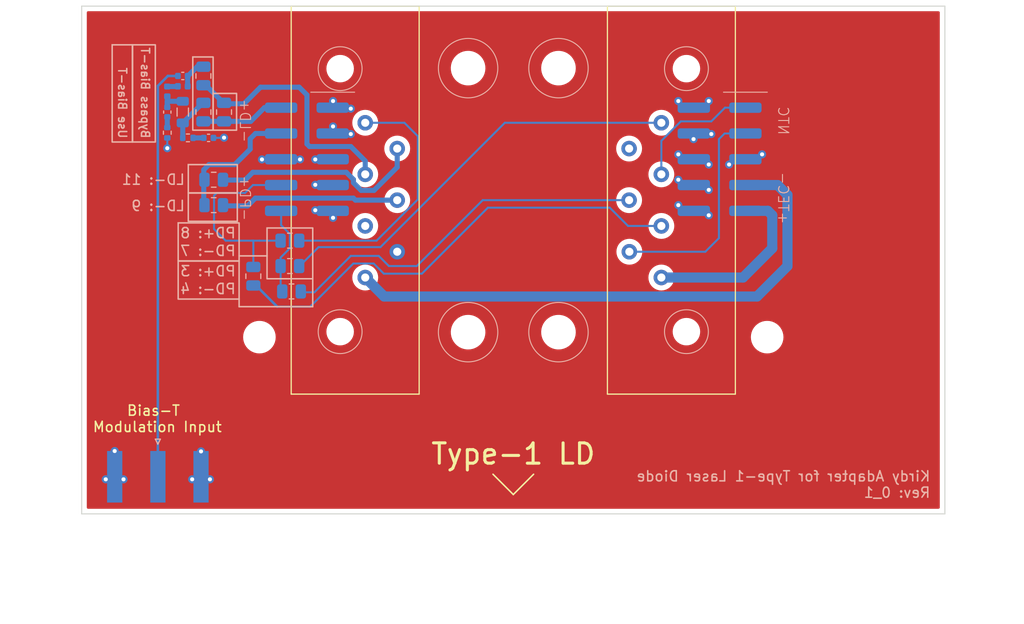
<source format=kicad_pcb>
(kicad_pcb (version 20221018) (generator pcbnew)

  (general
    (thickness 1.6)
  )

  (paper "A4")
  (layers
    (0 "F.Cu" signal)
    (31 "B.Cu" signal)
    (32 "B.Adhes" user "B.Adhesive")
    (33 "F.Adhes" user "F.Adhesive")
    (34 "B.Paste" user)
    (35 "F.Paste" user)
    (36 "B.SilkS" user "B.Silkscreen")
    (37 "F.SilkS" user "F.Silkscreen")
    (38 "B.Mask" user)
    (39 "F.Mask" user)
    (40 "Dwgs.User" user "User.Drawings")
    (41 "Cmts.User" user "User.Comments")
    (42 "Eco1.User" user "User.Eco1")
    (43 "Eco2.User" user "User.Eco2")
    (44 "Edge.Cuts" user)
    (45 "Margin" user)
    (46 "B.CrtYd" user "B.Courtyard")
    (47 "F.CrtYd" user "F.Courtyard")
    (48 "B.Fab" user)
    (49 "F.Fab" user)
    (50 "User.1" user)
    (51 "User.2" user)
    (52 "User.3" user)
    (53 "User.4" user)
    (54 "User.5" user)
    (55 "User.6" user)
    (56 "User.7" user)
    (57 "User.8" user)
    (58 "User.9" user)
  )

  (setup
    (stackup
      (layer "F.SilkS" (type "Top Silk Screen"))
      (layer "F.Paste" (type "Top Solder Paste"))
      (layer "F.Mask" (type "Top Solder Mask") (thickness 0.01))
      (layer "F.Cu" (type "copper") (thickness 0.035))
      (layer "dielectric 1" (type "core") (thickness 1.51) (material "FR4") (epsilon_r 4.5) (loss_tangent 0.02))
      (layer "B.Cu" (type "copper") (thickness 0.035))
      (layer "B.Mask" (type "Bottom Solder Mask") (thickness 0.01))
      (layer "B.Paste" (type "Bottom Solder Paste"))
      (layer "B.SilkS" (type "Bottom Silk Screen"))
      (copper_finish "None")
      (dielectric_constraints no)
    )
    (pad_to_mask_clearance 0)
    (pcbplotparams
      (layerselection 0x00010fc_ffffffff)
      (plot_on_all_layers_selection 0x0000000_00000000)
      (disableapertmacros false)
      (usegerberextensions true)
      (usegerberattributes true)
      (usegerberadvancedattributes true)
      (creategerberjobfile false)
      (dashed_line_dash_ratio 12.000000)
      (dashed_line_gap_ratio 3.000000)
      (svgprecision 6)
      (plotframeref false)
      (viasonmask false)
      (mode 1)
      (useauxorigin false)
      (hpglpennumber 1)
      (hpglpenspeed 20)
      (hpglpendiameter 15.000000)
      (dxfpolygonmode true)
      (dxfimperialunits true)
      (dxfusepcbnewfont true)
      (psnegative false)
      (psa4output false)
      (plotreference false)
      (plotvalue false)
      (plotinvisibletext false)
      (sketchpadsonfab false)
      (subtractmaskfromsilk true)
      (outputformat 1)
      (mirror false)
      (drillshape 0)
      (scaleselection 1)
      (outputdirectory "gerber/")
    )
  )

  (net 0 "")
  (net 1 "GND")
  (net 2 "Net-(J3-PD+)")
  (net 3 "Net-(J3-PD-)")
  (net 4 "/TEC+")
  (net 5 "/NTC+")
  (net 6 "unconnected-(J3-NC-Pad6)")
  (net 7 "Net-(J3-PD-*)")
  (net 8 "/NTC-")
  (net 9 "Net-(J3-PD+*)")
  (net 10 "Net-(J3-LD-*)")
  (net 11 "Net-(J3-LD-)")
  (net 12 "/LD+")
  (net 13 "unconnected-(J3-NC-Pad12)")
  (net 14 "/TEC-")
  (net 15 "/PD-")
  (net 16 "/PD+")
  (net 17 "/LD-")
  (net 18 "Net-(C2-Pad1)")
  (net 19 "/Mod_IN")
  (net 20 "/kirdy_LD+")
  (net 21 "Net-(C2-Pad2)")
  (net 22 "Net-(C5-Pad1)")
  (net 23 "Net-(L2-Pad2)")
  (net 24 "Net-(L3-Pad1)")
  (net 25 "Net-(C3-Pad1)")

  (footprint "laserSocket:Butterfly_Socket" (layer "F.Cu") (at 0 4.01 180))

  (footprint "MountingHole:MountingHole_2.7mm_M2.5" (layer "F.Cu") (at -25 17.5))

  (footprint "MountingHole:MountingHole_2.7mm_M2.5" (layer "F.Cu") (at 25 17.5))

  (footprint "Inductor_SMD:L_0402_1005Metric" (layer "B.Cu") (at -32.548 -7.2025 180))

  (footprint "Capacitor_SMD:C_0402_1005Metric" (layer "B.Cu") (at -34.072 -4.6625 -90))

  (footprint "Resistor_SMD:R_0805_2012Metric" (layer "B.Cu") (at -25.6 11.5 -90))

  (footprint "Inductor_SMD:L_0402_1005Metric" (layer "B.Cu") (at -34.072 -6.6945 -90))

  (footprint "Resistor_SMD:R_0805_2012Metric" (layer "B.Cu") (at -30.516 -8.2185 90))

  (footprint "Inductor_SMD:L_0805_2012Metric" (layer "B.Cu") (at -32.548 -4.6625 -90))

  (footprint "laserSocket:BG120-10-A-0-N-D" (layer "B.Cu") (at -20.3222 -0.0168 180))

  (footprint "laserSocket:BG120-10-A-0-N-D" (layer "B.Cu") (at 20.3178 -0.0168 180))

  (footprint "Resistor_SMD:R_0805_2012Metric" (layer "B.Cu") (at -29.5 4.5 180))

  (footprint "Resistor_SMD:R_0805_2012Metric" (layer "B.Cu") (at -22 8 180))

  (footprint "Resistor_SMD:R_0805_2012Metric" (layer "B.Cu") (at -29.5 2 180))

  (footprint "Capacitor_SMD:C_0402_1005Metric" (layer "B.Cu") (at -30.008 -2.1225))

  (footprint "Resistor_SMD:R_0805_2012Metric" (layer "B.Cu") (at -28.484 -4.6625 90))

  (footprint "Capacitor_SMD:C_0402_1005Metric" (layer "B.Cu") (at -32.548 -8.2185 180))

  (footprint "Connector_Coaxial:SMA_Amphenol_132289_EdgeMount" (layer "B.Cu") (at -35 31.25 -90))

  (footprint "Resistor_SMD:R_0402_1005Metric" (layer "B.Cu") (at -32.04 -2.1225))

  (footprint "Resistor_SMD:R_0402_1005Metric" (layer "B.Cu") (at -34.072 -2.6305 -90))

  (footprint "Resistor_SMD:R_0805_2012Metric" (layer "B.Cu") (at -22 10.5))

  (footprint "laserSocket:kirdy_socket" (layer "B.Cu") (at 0 0 180))

  (footprint "Resistor_SMD:R_0805_2012Metric" (layer "B.Cu") (at -21.8375 13))

  (footprint "Resistor_SMD:R_0805_2012Metric" (layer "B.Cu") (at -30.516 -4.6625 90))

  (gr_rect (start -37.5 -11.284) (end -35.25 -1.716)
    (stroke (width 0.15) (type default)) (fill none) (layer "B.SilkS") (tstamp 0ef91e2f-7d07-4eb4-8ed0-10c7fb144d6c))
  (gr_line (start -27 13.75) (end -27 14.5)
    (stroke (width 0.15) (type default)) (layer "B.SilkS") (tstamp 36d88f3e-2839-486f-900e-a0ab6901526d))
  (gr_rect (start -29.56 -6.5) (end -27.25 -2.8821)
    (stroke (width 0.15) (type default)) (fill none) (layer "B.SilkS") (tstamp 402191f3-283b-481e-bedb-01fc3ef01cd4))
  (gr_line (start -27 9.5) (end -24.25 9.5)
    (stroke (width 0.15) (type default)) (layer "B.SilkS") (tstamp 44583d53-d6c5-4174-8bff-3682643b44b8))
  (gr_rect (start -33 10) (end -27 13.75)
    (stroke (width 0.15) (type default)) (fill none) (layer "B.SilkS") (tstamp 6005dff1-e18b-4fe2-9f3e-fdee4cc62578))
  (gr_rect (start -31.56 -10.0905) (end -29.56 -2.8821)
    (stroke (width 0.15) (type default)) (fill none) (layer "B.SilkS") (tstamp 6423e819-464c-4123-ac7f-ee0cef68da73))
  (gr_rect (start -24.25 6.75) (end -19.75 11.75)
    (stroke (width 0.15) (type default)) (fill none) (layer "B.SilkS") (tstamp 6de74a38-d69e-4e3b-9f19-9e5a6811e6db))
  (gr_rect (start -39.5 -11.284) (end -37.5 -1.716)
    (stroke (width 0.15) (type default)) (fill none) (layer "B.SilkS") (tstamp 8c2746d8-2581-4ca0-9193-3277a8e9a52e))
  (gr_line (start -19.75 11.75) (end -19.75 14.5)
    (stroke (width 0.15) (type default)) (layer "B.SilkS") (tstamp a32a1bfb-022c-4f63-aef9-9c0a658a4a82))
  (gr_rect (start -33 6.25) (end -27 10)
    (stroke (width 0.15) (type default)) (fill none) (layer "B.SilkS") (tstamp b5d9a385-3387-4a69-b362-da3a4fd6da62))
  (gr_rect (start -32.004 3.302) (end -27.178 6.096)
    (stroke (width 0.15) (type default)) (fill none) (layer "B.SilkS") (tstamp bd965ae7-57d4-477b-8862-5015b280e30a))
  (gr_line (start -27 14.5) (end -19.75 14.5)
    (stroke (width 0.15) (type default)) (layer "B.SilkS") (tstamp df2a32a5-0c76-4fdf-a1f1-d46f8f620326))
  (gr_rect (start -32.004 0.508) (end -27.178 3.302)
    (stroke (width 0.15) (type default)) (fill none) (layer "B.SilkS") (tstamp eb9d25d7-13e5-4f42-8abe-fe49d17497de))
  (gr_line (start 0 33) (end -2 31)
    (stroke (width 0.15) (type default)) (layer "F.SilkS") (tstamp 874923f9-a9f7-4958-996b-11a977ff4bfa))
  (gr_line (start 0 33) (end 2 31)
    (stroke (width 0.15) (type default)) (layer "F.SilkS") (tstamp ae60edff-7e7c-448e-b414-0dd5435511fc))
  (gr_line (start -42.5 34.9032) (end 42.5 34.9032)
    (stroke (width 0.1) (type default)) (layer "Edge.Cuts") (tstamp 5fc11ccb-206c-4a11-8cb3-f05fdf2365ed))
  (gr_line (start 42.5 -15.0968) (end -42.5 -15.0968)
    (stroke (width 0.1) (type default)) (layer "Edge.Cuts") (tstamp 96bb3b61-a8bd-4e6d-8c1c-2a91283c5af6))
  (gr_line (start -42.5 -15.0968) (end -42.5 34.9032)
    (stroke (width 0.1) (type default)) (layer "Edge.Cuts") (tstamp b269c852-4cfb-4fde-86c0-83d58bd7102b))
  (gr_line (start 42.5 34.9032) (end 42.5 -15.0968)
    (stroke (width 0.1) (type default)) (layer "Edge.Cuts") (tstamp b654c7e3-761e-4a6b-b332-c1b14e723831))
  (gr_text "PD+: 8" (at -27.25 7.25) (layer "B.SilkS") (tstamp 04c864d3-b770-478b-b591-c2f859564f89)
    (effects (font (size 1 1) (thickness 0.15)) (justify left mirror))
  )
  (gr_text "Bypass Bias-T" (at -36.25 -2 270) (layer "B.SilkS") (tstamp 0ad38507-6748-4bd5-90e6-04e1281b8513)
    (effects (font (size 0.8 0.8) (thickness 0.15)) (justify left mirror))
  )
  (gr_text "PD-: 4" (at -27.25 12.75) (layer "B.SilkS") (tstamp 1ede9fb9-2b80-4a70-95e6-8b1106e7b917)
    (effects (font (size 1 1) (thickness 0.15)) (justify left mirror))
  )
  (gr_text "Use Bias-T" (at -38.5 -2 270) (layer "B.SilkS") (tstamp 27273078-f90b-42d9-aa8d-6b3b1a0d97c4)
    (effects (font (size 0.8 0.8) (thickness 0.15)) (justify left mirror))
  )
  (gr_text "LD-: 9" (at -32.258 4.572) (layer "B.SilkS") (tstamp 4cc0ef08-f92c-4c13-bdf4-4ed9b0d668f1)
    (effects (font (size 1 1) (thickness 0.15)) (justify left mirror))
  )
  (gr_text "PD+: 3" (at -27.25 11) (layer "B.SilkS") (tstamp c5025ffb-4132-40ad-9ba2-5a426d255675)
    (effects (font (size 1 1) (thickness 0.15)) (justify left mirror))
  )
  (gr_text "Kirdy Adapter for Type-1 Laser Diode \nRev: 0_1" (at 41.148 32.004) (layer "B.SilkS") (tstamp d9185641-8167-4841-b540-088303848472)
    (effects (font (size 1 1) (thickness 0.15)) (justify left mirror))
  )
  (gr_text "PD-: 7" (at -27.25 9) (layer "B.SilkS") (tstamp e9305944-d283-4481-a373-483045d7de6d)
    (effects (font (size 1 1) (thickness 0.15)) (justify left mirror))
  )
  (gr_text "LD-: 11" (at -32.258 1.988) (layer "B.SilkS") (tstamp f8a1f124-6566-4a42-92b0-87395200e1f8)
    (effects (font (size 1 1) (thickness 0.15)) (justify left mirror))
  )
  (gr_text "Type-1 LD" (at 0 29) (layer "F.SilkS") (tstamp 6b833559-6474-4221-aa6a-78219e45b6af)
    (effects (font (size 2 2) (thickness 0.3)))
  )
  (gr_text "Bias-T \nModulation Input" (at -35.052 26.924) (layer "F.SilkS") (tstamp be63c161-af45-409b-ab6a-4332d46cf0d0)
    (effects (font (size 1 1) (thickness 0.15)) (justify bottom))
  )

  (via (at 17.75 -2) (size 0.8) (drill 0.4) (layers "F.Cu" "B.Cu") (free) (net 1) (tstamp 03699215-d9e6-4e60-a9f9-de9a96704cb6))
  (via (at -19.5 2.5) (size 0.8) (drill 0.4) (layers "F.Cu" "B.Cu") (free) (net 1) (tstamp 0b2eca09-aa36-4861-baa6-3f0fe3836af6))
  (via (at -31.623 31.5) (size 0.8) (drill 0.4) (layers "F.Cu" "B.Cu") (free) (net 1) (tstamp 0d5de957-141c-4c66-a0e2-2667c266206a))
  (via (at -39.2544 28.7148) (size 0.8) (drill 0.4) (layers "F.Cu" "B.Cu") (free) (net 1) (tstamp 1ed39148-0660-421e-b30e-3f98525068e4))
  (via (at -21 0) (size 0.8) (drill 0.4) (layers "F.Cu" "B.Cu") (free) (net 1) (tstamp 2764a420-7efd-4e83-9e69-c5b646aa7852))
  (via (at -38.382 31.5) (size 0.8) (drill 0.4) (layers "F.Cu" "B.Cu") (net 1) (tstamp 2be0de4a-daf2-4511-acf9-aef04b5f2530))
  (via (at -17.75 5.75) (size 0.8) (drill 0.4) (layers "F.Cu" "B.Cu") (free) (net 1) (tstamp 33b09336-e996-4ca9-9737-76fa5acb1c51))
  (via (at -17.75 -5.75) (size 0.8) (drill 0.4) (layers "F.Cu" "B.Cu") (free) (net 1) (tstamp 33bf4d26-ad6a-4490-aca3-57d653bf34ed))
  (via (at -19.5 5) (size 0.8) (drill 0.4) (layers "F.Cu" "B.Cu") (free) (net 1) (tstamp 3cdaf648-0f31-4b8e-bd76-b2e4c6c22afc))
  (via (at -28.484 -2.142661) (size 0.8) (drill 0.4) (layers "F.Cu" "B.Cu") (net 1) (tstamp 3d74e0c4-09a3-4fb3-8e33-435d3c13cf75))
  (via (at 21.25 0.5) (size 0.8) (drill 0.4) (layers "F.Cu" "B.Cu") (free) (net 1) (tstamp 53407438-84af-47e1-8d97-b221bab59b19))
  (via (at 19.25 5.5) (size 0.8) (drill 0.4) (layers "F.Cu" "B.Cu") (net 1) (tstamp 56e78550-dcf0-4cb6-be7f-b67904591851))
  (via (at 19.25 -5.75) (size 0.8) (drill 0.4) (layers "F.Cu" "B.Cu") (free) (net 1) (tstamp 5a360d84-87a6-46f1-8434-9d6246708bf8))
  (via (at -17.75 -3.25) (size 0.8) (drill 0.4) (layers "F.Cu" "B.Cu") (free) (net 1) (tstamp 601dd227-b49c-4ef5-87f7-e9f69b211c10))
  (via (at -30.75 28.75) (size 0.8) (drill 0.4) (layers "F.Cu" "B.Cu") (free) (net 1) (tstamp 6543018a-f1d7-4b4a-b2e5-724b759fb6b2))
  (via (at -16 -5) (size 0.8) (drill 0.4) (layers "F.Cu" "B.Cu") (free) (net 1) (tstamp 77b45021-f474-48ab-bcf1-a3b178bc2e5b))
  (via (at 16.25 4.5) (size 0.8) (drill 0.4) (layers "F.Cu" "B.Cu") (free) (net 1) (tstamp 79b90c18-baad-48ed-acf2-90804b7332f0))
  (via (at 16.25 -5.75) (size 0.8) (drill 0.4) (layers "F.Cu" "B.Cu") (free) (net 1) (tstamp 81560055-be18-4e0a-bc88-877c8aaff762))
  (via (at 19.25 0.5) (size 0.8) (drill 0.4) (layers "F.Cu" "B.Cu") (free) (net 1) (tstamp 8a5f89b8-ed9e-4d41-b280-03a9338e88b9))
  (via (at -24.75 0) (size 0.8) (drill 0.4) (layers "F.Cu" "B.Cu") (free) (net 1) (tstamp 8bd631d8-b797-456a-881b-fb9ad4912ca4))
  (via (at -29.873 31.5) (size 0.8) (drill 0.4) (layers "F.Cu" "B.Cu") (free) (net 1) (tstamp 8f7525ef-2afd-4969-bdef-83d94a83c98c))
  (via (at -16 -2.5) (size 0.8) (drill 0.4) (layers "F.Cu" "B.Cu") (free) (net 1) (tstamp 980cfb86-ef2c-4d30-872a-9d1cbce3f20e))
  (via (at -34.072 -1.1065) (size 0.8) (drill 0.4) (layers "F.Cu" "B.Cu") (net 1) (tstamp a3671325-a6c9-4ab4-8cc1-e422479cd881))
  (via (at 24.5 -0.5) (size 0.8) (drill 0.4) (layers "F.Cu" "B.Cu") (free) (net 1) (tstamp a5adb0c1-ff27-4752-acd3-4f4b2e54f616))
  (via (at 19.25 3) (size 0.8) (drill 0.4) (layers "F.Cu" "B.Cu") (free) (net 1) (tstamp c296e3ac-c4c1-4dfb-badc-926bd32271fe))
  (via (at 16.25 2) (size 0.8) (drill 0.4) (layers "F.Cu" "B.Cu") (free) (net 1) (tstamp d944822a-6a3d-4409-a9a9-7639e1ec73b6))
  (via (at -40.132 31.5) (size 0.8) (drill 0.4) (layers "F.Cu" "B.Cu") (net 1) (tstamp e0636d8f-0a6d-409d-aecc-45d20973e0bc))
  (via (at 19.5 -2.5) (size 0.8) (drill 0.4) (layers "F.Cu" "B.Cu") (free) (net 1) (tstamp e7c9e2a0-03c2-4403-a11e-ddd029b4b0fa))
  (via (at -19.5 0) (size 0.8) (drill 0.4) (layers "F.Cu" "B.Cu") (free) (net 1) (tstamp edd50e90-d3f7-47e1-bf51-8b4b0c214044))
  (via (at 16.25 -0.5) (size 0.8) (drill 0.4) (layers "F.Cu" "B.Cu") (free) (net 1) (tstamp efab3947-804f-4f87-9015-062a91df998e))
  (segment (start -28.504161 -2.1225) (end -28.484 -2.142661) (width 0.2) (layer "B.Cu") (net 1) (tstamp 1185d496-bd96-4f6b-966f-c071c79a9a4b))
  (segment (start -29.528 -2.1225) (end -28.504161 -2.1225) (width 0.2) (layer "B.Cu") (net 1) (tstamp 5aa0575f-8397-44a7-a076-3ade00978a5c))
  (segment (start -34.072 -2.1205) (end -34.072 -1.1065) (width 0.2) (layer "B.Cu") (net 1) (tstamp ba9ac4cf-5e2f-48e7-b269-d01cc29c0bac))
  (segment (start -9 11.25) (end -12.75 11.25) (width 0.2) (layer "B.Cu") (net 2) (tstamp 08c4cefb-91b4-4330-81f0-f398c921732a))
  (segment (start -25.0875 12.6625) (end -25.25 12.6625) (width 0.2) (layer "B.Cu") (net 2) (tstamp 2c98d0bd-cf4b-4e86-9068-ba4f75b8e5d5))
  (segment (start -25.3375 12.4125) (end -23.25 14.5) (width 0.25) (layer "B.Cu") (net 2) (tstamp 52357b59-5814-4b83-be5a-792d789e2f7f))
  (segment (start -20 14.5) (end -23.25 14.5) (width 0.2) (layer "B.Cu") (net 2) (tstamp 566fef68-448a-4baf-9a35-c328b04f3b28))
  (segment (start 9.5 4.75) (end -2.5 4.75) (width 0.2) (layer "B.Cu") (net 2) (tstamp 5751d418-0b7e-4c5b-8171-e182dd5ae104))
  (segment (start -25.5 12.5065) (end -25.5 12.594) (width 0.2) (layer "B.Cu") (net 2) (tstamp 763f2505-3c1f-4563-b5e2-e8fe2c47f7e0))
  (segment (start -12.75 11.25) (end -13.75 10.25) (width 0.2) (layer "B.Cu") (net 2) (tstamp 7ae6ec98-db55-458d-b634-d22089512c74))
  (segment (start -13.75 10.25) (end -15.75 10.25) (width 0.2) (layer "B.Cu") (net 2) (tstamp 7b8201fd-891c-46f3-a9a7-c8cefab141a3))
  (segment (start 11.3 6.55) (end 9.5 4.75) (width 0.2) (layer "B.Cu") (net 2) (tstamp 813a6651-b7ee-4822-9cdc-7fe70c8b956d))
  (segment (start -15.75 10.25) (end -20 14.5) (width 0.2) (layer "B.Cu") (net 2) (tstamp 8a4b2ff8-6fe1-48f4-8a4e-4c2058e8065b))
  (segment (start -2.5 4.75) (end -9 11.25) (width 0.2) (layer "B.Cu") (net 2) (tstamp 997089eb-d787-4aa9-ad83-bc0d0c278480))
  (segment (start -25.6 12.4125) (end -25.3375 12.4125) (width 0.25) (layer "B.Cu") (net 2) (tstamp ec3f4537-da08-4380-9fb7-7f2564b2dbd6))
  (segment (start 14.58 6.55) (end 11.3 6.55) (width 0.2) (layer "B.Cu") (net 2) (tstamp fd2e1509-b7e5-4dc9-8487-4e0d59ecf7f5))
  (segment (start -3.01 4.01) (end 11.405 4.01) (width 0.2) (layer "B.Cu") (net 3) (tstamp 16407b2a-2d20-4147-99cc-d4d8c2a148b2))
  (segment (start -21.0875 13.081) (end -19.581 13.081) (width 0.2) (layer "B.Cu") (net 3) (tstamp 63303145-6aba-4b4a-ae0f-4c0b988b7823))
  (segment (start -9.5 10.5) (end -3.01 4.01) (width 0.2) (layer "B.Cu") (net 3) (tstamp 806389c8-0071-4083-a75f-b212aac21120))
  (segment (start -13.25 9.5) (end -12.25 10.5) (width 0.2) (layer "B.Cu") (net 3) (tstamp c7e8305d-6eb8-4bba-88f4-470a14a2f0ca))
  (segment (start -12.25 10.5) (end -9.5 10.5) (width 0.2) (layer "B.Cu") (net 3) (tstamp c7f47e19-0989-4b0d-ac7c-5b6db7e697e9))
  (segment (start -16 9.5) (end -13.25 9.5) (width 0.2) (layer "B.Cu") (net 3) (tstamp e8229bfe-6a7e-4e98-bc20-f4a38ed72708))
  (segment (start -19.581 13.081) (end -16 9.5) (width 0.2) (layer "B.Cu") (net 3) (tstamp f3be02d1-ac8c-4430-abdf-bc71651d155f))
  (segment (start 25.0632 5.0632) (end 25.5 5.5) (width 1) (layer "B.Cu") (net 4) (tstamp 2c289a11-8243-406d-bb20-fcfcf7149e80))
  (segment (start 22.8578 5.0632) (end 25.0632 5.0632) (width 1) (layer "B.Cu") (net 4) (tstamp 37c6aac5-79e4-4a3e-b4f1-c2427c26ac5a))
  (segment (start 25.5 5.5) (end 25.5 8.75) (width 1) (layer "B.Cu") (net 4) (tstamp 5baa5dd5-50f6-4200-a644-442cd1b53611))
  (segment (start 25.5 8.75) (end 22.62 11.63) (width 1) (layer "B.Cu") (net 4) (tstamp b2ec8ebd-cff9-401f-9fe3-75e421376ee1))
  (segment (start 22.62 11.63) (end 14.58 11.63) (width 1) (layer "B.Cu") (net 4) (tstamp d80c9e95-0fae-4b02-b807-d56a3ef41b6e))
  (segment (start 18.91 9.09) (end 20.25 7.75) (width 0.2) (layer "B.Cu") (net 5) (tstamp 11ec8c4b-5d81-422a-879c-0c37c07d52e3))
  (segment (start 20.8068 -2.5568) (end 22.8578 -2.5568) (width 0.2) (layer "B.Cu") (net 5) (tstamp 6c923089-3cf8-40b1-838d-a5964a03acf5))
  (segment (start 20.25 7.75) (end 20.25 -2) (width 0.2) (layer "B.Cu") (net 5) (tstamp aedf65df-28a9-4c7b-b9a0-7e313ca27df9))
  (segment (start 20.25 -2) (end 20.8068 -2.5568) (width 0.2) (layer "B.Cu") (net 5) (tstamp d03c26a1-51a1-43d8-afa4-618f503c85fc))
  (segment (start 11.43 9.09) (end 18.91 9.09) (width 0.2) (layer "B.Cu") (net 5) (tstamp e70df918-9ad2-41ee-ae1e-5ec9e14e48a1))
  (segment (start -21.082 10.541) (end -19.177 8.636) (width 0.2) (layer "B.Cu") (net 7) (tstamp 67a37c86-0ce2-4f18-82ef-29e33cb4893a))
  (segment (start -0.835 -3.61) (end 14.58 -3.61) (width 0.2) (layer "B.Cu") (net 7) (tstamp 68949b57-3603-4785-988c-e48d5fe0c871))
  (segment (start -19.177 8.636) (end -13.081 8.636) (width 0.2) (layer "B.Cu") (net 7) (tstamp 6c01a7ae-990e-4622-9ed6-f19d1b4957a0))
  (segment (start -13.081 8.636) (end -0.835 -3.61) (width 0.2) (layer "B.Cu") (net 7) (tstamp a0db81ef-7707-4fdb-9af0-36529a2a197a))
  (segment (start 20.8468 -5.0968) (end 22.8578 -5.0968) (width 0.2) (layer "B.Cu") (net 8) (tstamp 0a490ef6-c6fa-4c5a-99a1-ec1ef6f55d87))
  (segment (start 16.5 -3.75) (end 19.5 -3.75) (width 0.2) (layer "B.Cu") (net 8) (tstamp 52033a83-1265-4254-8b88-f191b17eb489))
  (segment (start 14.58 1.47) (end 14.58 -1.83) (width 0.2) (layer "B.Cu") (net 8) (tstamp 7f0ef567-c41f-400a-88fc-ba75ca5cfee8))
  (segment (start 14.58 -1.83) (end 16.5 -3.75) (width 0.2) (layer "B.Cu") (net 8) (tstamp a51f7aaa-2457-4e4c-9afc-d321940a085d))
  (segment (start 19.5 -3.75) (end 20.8468 -5.0968) (width 0.2) (layer "B.Cu") (net 8) (tstamp b16b1d29-5c92-4d38-ab85-1c449cf10b93))
  (segment (start -13.462 8.001) (end -9.398 3.937) (width 0.2) (layer "B.Cu") (net 9) (tstamp 043a6443-123a-429d-923f-563bd9372840))
  (segment (start -9.398 -2.286) (end -10.722 -3.61) (width 0.2) (layer "B.Cu") (net 9) (tstamp 3a298be2-e5b2-4207-ba6e-f9c068a9b79a))
  (segment (start -21.082 8.001) (end -13.462 8.001) (width 0.2) (layer "B.Cu") (net 9) (tstamp 472b47f3-1572-4192-8c68-27950db2b607))
  (segment (start -9.398 3.937) (end -9.398 -2.286) (width 0.2) (layer "B.Cu") (net 9) (tstamp b621c935-965a-43f1-bf5f-b080dfc0e4e7))
  (segment (start -10.722 -3.61) (end -14.58 -3.61) (width 0.2) (layer "B.Cu") (net 9) (tstamp e47030e7-3280-4207-b920-cfe72269dc2c))
  (segment (start -16.445879 1.27) (end -15.7397 1.976179) (width 0.5) (layer "B.Cu") (net 10) (tstamp 29b986be-91c2-455d-a6f2-0d90dcaf30b9))
  (segment (start -25.654 1.27) (end -26.416 2.032) (width 0.5) (layer "B.Cu") (net 10) (tstamp 39e0e3a0-7188-49dc-b0d1-a27b98f0a70e))
  (segment (start -16.445879 1.27) (end -25.654 1.27) (width 0.5) (layer "B.Cu") (net 10) (tstamp 4223bb05-38fc-42f5-b13e-15a26d44bbbc))
  (segment (start -11.43 0.762) (end -11.43 -1.07) (width 0.5) (layer "B.Cu") (net 10) (tstamp 606018e9-6da7-4e1c-a02e-2a5c3d588a46))
  (segment (start -26.416 2.032) (end -28.655 2.032) (width 0.5) (layer "B.Cu") (net 10) (tstamp 86111a1b-9f51-4ba0-8b9d-7474770e9244))
  (segment (start -15.7397 2.2943) (end -14.986 3.048) (width 0.5) (layer "B.Cu") (net 10) (tstamp 9f6a55d5-301b-4cc9-91a6-adf7e0bab038))
  (segment (start -13.716 3.048) (end -11.43 0.762) (width 0.5) (layer "B.Cu") (net 10) (tstamp c90da769-cbfb-4e24-b3dc-ab4729e2e5b8))
  (segment (start -14.986 3.048) (end -13.716 3.048) (width 0.5) (layer "B.Cu") (net 10) (tstamp d9ecd0a1-e33d-47d8-8f61-e9a0819b6413))
  (segment (start -15.7397 1.976179) (end -15.7397 2.2943) (width 0.5) (layer "B.Cu") (net 10) (tstamp fe56a3d4-88eb-481f-9137-24f4fdde2f30))
  (segment (start -26.162 4.572) (end -28.655 4.572) (width 0.5) (layer "B.Cu") (net 11) (tstamp 5295bfff-fd4e-4709-8827-781facadfda3))
  (segment (start -11.43 4.01) (end -15.548 4.01) (width 0.5) (layer "B.Cu") (net 11) (tstamp 6bb4b8b0-f449-4353-a986-3c5d93b6b2aa))
  (segment (start -25.4 3.81) (end -26.162 4.572) (width 0.5) (layer "B.Cu") (net 11) (tstamp 7119acc3-351e-49db-a04b-ceea93df9456))
  (segment (start -15.748 3.81) (end -25.4 3.81) (width 0.5) (layer "B.Cu") (net 11) (tstamp c877d2d2-89ec-4315-b9d3-12115ea27b3d))
  (segment (start -15.548 4.01) (end -15.748 3.81) (width 0.5) (layer "B.Cu") (net 11) (tstamp e32d3046-56f3-4cf8-a725-37fa5ad5f0c9))
  (segment (start -20.066 -1.27) (end -16.002 -1.27) (width 0.5) (layer "B.Cu") (net 12) (tstamp 1db692db-a546-4187-9f73-b1ea1fe9ec51))
  (segment (start -28.5445 -5.575) (end -28.484 -5.575) (width 0.5) (layer "B.Cu") (net 12) (tstamp 2b2efa51-2f97-4496-873d-3a2430c7762f))
  (segment (start -28.3935 -5.4845) (end -28.484 -5.575) (width 0.5) (layer "B.Cu") (net 12) (tstamp 3e65459b-7550-465f-9f93-e9a1238f485d))
  (segment (start -16.002 -1.27) (end -14.58 0.152) (width 0.5) (layer "B.Cu") (net 12) (tstamp 611e29a1-eb8f-434f-b394-ee99bc57f55b))
  (segment (start -30.2755 -7.306) (end -28.5445 -5.575) (width 0.5) (layer "B.Cu") (net 12) (tstamp 77615496-2735-4d6e-b207-95e7e82d8e5d))
  (segment (start -21.082 -7.112) (end -20.32 -6.35) (width 0.5) (layer "B.Cu") (net 12) (tstamp 83023c80-1c42-4ce7-b13d-4bcccc68ecfa))
  (segment (start -26.5195 -5.4845) (end -24.892 -7.112) (width 0.5) (layer "B.Cu") (net 12) (tstamp 88f25c5a-7d94-4673-9206-6c7f8405c30f))
  (segment (start -20.32 -1.524) (end -20.066 -1.27) (width 0.5) (layer "B.Cu") (net 12) (tstamp 952005aa-caa1-4b73-a66f-e91732d54cea))
  (segment (start -20.32 -6.35) (end -20.32 -1.524) (width 0.5) (layer "B.Cu") (net 12) (tstamp 96cbe697-40be-4fa0-99a6-c9b093c16d8b))
  (segment (start -24.892 -7.112) (end -21.082 -7.112) (width 0.5) (layer "B.Cu") (net 12) (tstamp ab89cabd-ca51-40fe-9218-895eed797073))
  (segment (start -26.5195 -5.4845) (end -28.3935 -5.4845) (width 0.5) (layer "B.Cu") (net 12) (tstamp ce85caec-3bf1-44b8-9ec4-24f42ab34bb6))
  (segment (start -14.58 0.152) (end -14.58 1.47) (width 0.5) (layer "B.Cu") (net 12) (tstamp d0a1e52d-0cea-47e3-8740-ac03ef72d8d0))
  (segment (start -28.484 -5.575) (end -28.0795 -5.575) (width 0.5) (layer "B.Cu") (net 12) (tstamp fc10c875-f9e4-4819-ada8-14c7f307b0c4))
  (segment (start -30.516 -7.306) (end -30.2755 -7.306) (width 0.5) (layer "B.Cu") (net 12) (tstamp ff733bb8-b87b-4b80-945e-7bb824f164ae))
  (segment (start 26.0232 2.5232) (end 27 3.5) (width 1) (layer "B.Cu") (net 14) (tstamp 1918baf9-bc76-4a2b-b9c3-147ed1990c41))
  (segment (start 27 10.5) (end 24 13.5) (width 1) (layer "B.Cu") (net 14) (tstamp 1df29520-d33a-4fdd-9df4-044685087260))
  (segment (start -12.71 13.5) (end -14.58 11.63) (width 1) (layer "B.Cu") (net 14) (tstamp 3c14a707-7f15-4cc6-9daf-4de0c685ac15))
  (segment (start 27 3.5) (end 27 10.5) (width 1) (layer "B.Cu") (net 14) (tstamp 3f7b7c4a-4902-4883-8134-f28b422aa5c9))
  (segment (start 24 13.5) (end -12.71 13.5) (width 1) (layer "B.Cu") (net 14) (tstamp a775c9ac-41b4-4b78-ae30-e28c8259e84b))
  (segment (start 22.8578 2.5232) (end 26.0232 2.5232) (width 1) (layer "B.Cu") (net 14) (tstamp c0dfc10e-d549-489b-92b9-4edfb1718f1e))
  (segment (start -22.8622 6.4748) (end -22.733 6.604) (width 0.2) (layer "B.Cu") (net 15) (tstamp 0f26bd35-5fcf-487f-ab97-9502776a421e))
  (segment (start -22.0435 7.2935) (end -22 7.337) (width 0.2) (layer "B.Cu") (net 15) (tstamp 20675dc2-d583-4d77-9d62-819026e81784))
  (segment (start -22.733 6.604) (end -22.0435 7.2935) (width 0.2) (layer "B.Cu") (net 15) (tstamp 2a248377-2dd1-4767-b437-d3aae80df00f))
  (segment (start -22.907 9.657) (end -22.907 10.541) (width 0.2) (layer "B.Cu") (net 15) (tstamp 4ca5f0ec-2830-4693-917c-ee8aa961a81a))
  (segment (start -22.8622 5.0632) (end -22.8622 6.4748) (width 0.2) (layer "B.Cu") (net 15) (tstamp 5d6ac588-70f8-4681-b196-d498994ca68e))
  (segment (start -22.907 13.0755) (end -22.9125 13.081) (width 0.2) (layer "B.Cu") (net 15) (tstamp 80cf5f6d-ad78-44cf-8717-1e0ad2c80bfc))
  (segment (start -22.0435 7.2935) (end -21.971 7.366) (width 0.2) (layer "B.Cu") (net 15) (tstamp a3b73849-3d15-4096-a3df-dc7e46689b96))
  (segment (start -22 7.337) (end -22 8.75) (width 0.2) (layer "B.Cu") (net 15) (tstamp bc07e000-9c3b-47e8-978b-79c63e07c303))
  (segment (start -22.907 10.541) (end -22.907 13.0755) (width 0.2) (layer "B.Cu") (net 15) (tstamp d7e1fce1-1ff9-4905-9000-817449fda5f1))
  (segment (start -22 8.75) (end -22.907 9.657) (width 0.2) (layer "B.Cu") (net 15) (tstamp d8768753-98ce-4ac4-a62f-5bcf6b0fddcf))
  (segment (start -25.6 10.5875) (end -25.6 8) (width 0.2) (layer "B.Cu") (net 16) (tstamp 1d17aea5-d6b3-425f-b5aa-7a06e740ce86))
  (segment (start -25 8) (end -24.25 8) (width 0.2) (layer "B.Cu") (net 16) (tstamp 28fba1a9-1abd-4bbc-bfc2-86ad828055f7))
  (segment (start -22.8622 2.5232) (end -22.879 2.54) (width 0.2) (layer "B.Cu") (net 16) (tstamp 2dcc7e35-6df4-48ef-890d-2970baa2e976))
  (segment (start -29.4675 3.5595) (end -29.4675 6.8545) (width 0.2) (layer "B.Cu") (net 16) (tstamp 4f34138c-6e2b-4b76-ada4-ee1fdc7304f0))
  (segment (start -29.4675 6.8545) (end -28.322 8) (width 0.2) (layer "B.Cu") (net 16) (tstamp 527917e7-c117-49d8-863a-318721aecdad))
  (segment (start -29.21 3.302) (end -29.4675 3.5595) (width 0.2) (layer "B.Cu") (net 16) (tstamp 7e4680e2-c134-4664-8f53-b73035c9497b))
  (segment (start -25.6372 2.5232) (end -26.416 3.302) (width 0.2) (layer "B.Cu") (net 16) (tstamp 8a3c7e1e-e7a3-4c85-abdc-d5307758ce9c))
  (segment (start -25.75 8) (end -25.6 8) (width 0.2) (layer "B.Cu") (net 16) (tstamp 8ed483bb-4045-46f7-9ce1-bd2b69816adf))
  (segment (start -22.908 8) (end -22.907 8.001) (width 0.2) (layer "B.Cu") (net 16) (tstamp bec57d13-c982-463d-a2ac-ca24cbc8efeb))
  (segment (start -25.6 8) (end -25 8) (width 0.2) (layer "B.Cu") (net 16) (tstamp e845efac-2666-45db-bd42-c21a6c3bd357))
  (segment (start -22.8622 2.5232) (end -25.6372 2.5232) (width 0.2) (layer "B.Cu") (net 16) (tstamp eb4072de-b200-40ca-afbe-2c8eb7bd8320))
  (segment (start -28.322 8) (end -25.75 8) (width 0.2) (layer "B.Cu") (net 16) (tstamp eb9c7c3a-4ec9-49ef-868c-27767fb08dae))
  (segment (start -24.25 8) (end -22.908 8) (width 0.2) (layer "B.Cu") (net 16) (tstamp f56ba81f-19ab-45ae-a66c-ac49a5452228))
  (segment (start -26.416 3.302) (end -29.21 3.302) (width 0.2) (layer "B.Cu") (net 16) (tstamp fa81ac4e-243d-4466-a6ff-c124ad94c456))
  (segment (start -27.432 0.508) (end -29.972 0.508) (width 0.5) (layer "B.Cu") (net 17) (tstamp 2ced9f2e-9eda-4d39-b52b-3169d026652e))
  (segment (start -22.8622 -2.5568) (end -25.3832 -2.5568) (width 0.5) (layer "B.Cu") (net 17) (tstamp 416b88eb-038d-4020-b846-2f2f7ba29c78))
  (segment (start -25.908 -2.032) (end -25.908 -1.016) (width 0.5) (layer "B.Cu") (net 17) (tstamp 5cc4ab3f-7bce-456d-bcc7-3175e071cc25))
  (segment (start -30.48 1.016) (end -30.48 4.572) (width 0.5) (layer "B.Cu") (net 17) (tstamp 7033013e-e11b-4d61-8433-cc00209f48c1))
  (segment (start -25.908 -1.016) (end -27.432 0.508) (width 0.5) (layer "B.Cu") (net 17) (tstamp bc6dfc08-4f54-4159-a3a6-4766644348b7))
  (segment (start -25.3832 -2.5568) (end -25.908 -2.032) (width 0.5) (layer "B.Cu") (net 17) (tstamp cccb72ad-9eb2-4d5a-aca0-7168ac2a6d46))
  (segment (start -29.972 0.508) (end -30.48 1.016) (width 0.5) (layer "B.Cu") (net 17) (tstamp d419b4ba-6068-40b4-ad90-cf4f1efab2ff))
  (segment (start -34.072 -5.6785) (end -34.072 -5.1425) (width 0.5) (layer "B.Cu") (net 18) (tstamp 1231b338-8c7a-4516-a2e5-a3fd1cc18f63))
  (segment (start -32.548 -5.725) (end -34.0255 -5.725) (width 0.5) (layer "B.Cu") (net 18) (tstamp 77233d97-fa47-4e8d-9bea-323745ae25f4))
  (segment (start -34.072 -5.1425) (end -34.072 -6.2095) (width 0.5) (layer "B.Cu") (net 18) (tstamp f558ebf6-0083-468d-aa74-1e3a5b503f49))
  (segment (start -34.0255 -5.725) (end -34.072 -5.6785) (width 0.5) (layer "B.Cu") (net 18) (tstamp f9f08478-47b4-4035-b868-fd19bc40df48))
  (segment (start -35 -7.239716) (end -34.021216 -8.2185) (width 0.25) (layer "B.Cu") (net 19) (tstamp 17c01626-f5de-4a80-9257-aad0e04b396d))
  (segment (start -34.021216 -8.2185) (end -33.028 -8.2185) (width 0.25) (layer "B.Cu") (net 19) (tstamp aacb8b86-aeb4-4373-bc1a-b2be127385e7))
  (segment (start -35 31.25) (end -35 -7.239716) (width 0.25) (layer "B.Cu") (net 19) (tstamp cb7508c0-6690-4d86-a3f6-98195b6d6047))
  (segment (start -25.857 -3.75) (end -24.5102 -5.0968) (width 0.5) (layer "B.Cu") (net 20) (tstamp 2e643ce7-2653-40b9-8406-4980dc076d6b))
  (segment (start -28.484 -3.75) (end -30.516 -3.75) (width 0.5) (layer "B.Cu") (net 20) (tstamp 5dbf1cba-93cb-46f9-ad8a-17ddbcc70a65))
  (segment (start -24.5102 -5.0968) (end -22.8622 -5.0968) (width 0.5) (layer "B.Cu") (net 20) (tstamp 95b388fb-268b-4859-9b31-f1fb4032e73c))
  (segment (start -28.484 -3.75) (end -25.857 -3.75) (width 0.5) (layer "B.Cu") (net 20) (tstamp 9ae66bc1-1276-4468-a80e-4a3b288ad118))
  (segment (start -34.044 -4.1545) (end -34.072 -4.1825) (width 0.5) (layer "B.Cu") (net 21) (tstamp 3003026c-9a87-49f7-bc9e-684f2859b515))
  (segment (start -34.072 -4.1825) (end -34.072 -3.1405) (width 0.5) (layer "B.Cu") (net 21) (tstamp c9ffd13b-d668-44ff-a73c-e2b331ffad16))
  (segment (start -31.53 -2.1225) (end -30.488 -2.1225) (width 0.5) (layer "B.Cu") (net 22) (tstamp 83920856-4cea-48e5-a4d9-737b24f3d27f))
  (segment (start -32.55 -2.1225) (end -32.55 -3.598) (width 0.5) (layer "B.Cu") (net 23) (tstamp 0c6cfff4-1f60-4c7f-af48-cdc1881dd932))
  (segment (start -32.55 -3.598) (end -32.548 -3.6) (width 0.5) (layer "B.Cu") (net 23) (tstamp 5bd6b48a-d25f-428d-b2b6-a29fc28b5ccb))
  (segment (start -30.573 -5.575) (end -32.548 -3.6) (width 0.5) (layer "B.Cu") (net 23) (tstamp 5eb01d2f-84b4-4005-968a-3f36a210cc12))
  (segment (start -30.516 -5.575) (end -30.573 -5.575) (width 0.5) (layer "B.Cu") (net 23) (tstamp c892353e-780a-4043-8886-2f702f28f9df))
  (segment (start -34.072 -7.1795) (end -33.056 -7.1795) (width 0.5) (layer "B.Cu") (net 24) (tstamp 50b7919c-196f-4fc1-afda-5d6b03592bf6))
  (segment (start -33.056 -7.1795) (end -33.033 -7.2025) (width 0.5) (layer "B.Cu") (net 24) (tstamp b59e5356-4d38-4a60-8fac-1786d8228af6))
  (segment (start -31.1275 -9.131) (end -30.516 -9.131) (width 0.5) (layer "B.Cu") (net 25) (tstamp 05a7ddbe-ac24-404c-8379-d7bb3a7b9146))
  (segment (start -32.04 -8.2185) (end -31.1275 -9.131) (width 0.5) (layer "B.Cu") (net 25) (tstamp 2c0895b1-b5ba-40e0-9a14-245b7c336b41))
  (segment (start -32.068 -8.2185) (end -32.04 -8.2185) (width 0.5) (layer "B.Cu") (net 25) (tstamp 5c569601-9874-4d51-ba33-e1ad254ff53d))
  (segment (start -32.068 -7.2075) (end -32.063 -7.2025) (width 0.5) (layer "B.Cu") (net 25) (tstamp d3251b74-72d3-45f0-9200-5483aea1d02e))
  (segment (start -32.068 -8.2185) (end -32.068 -7.2075) (width 0.5) (layer "B.Cu") (net 25) (tstamp d3747491-d4aa-42a5-a8fe-94721235c689))

  (zone (net 1) (net_name "GND") (layer "F.Cu") (tstamp 0ff1d84c-0618-4dcc-aabe-b71b2751e5a6) (hatch edge 0.5)
    (priority 2)
    (connect_pads yes (clearance 0.508))
    (min_thickness 0.25) (filled_areas_thickness no)
    (fill yes (thermal_gap 0.5) (thermal_bridge_width 0.5))
    (polygon
      (pts
        (xy -50.546 -15.494)
        (xy -50.546 36.646)
        (xy 50.292 36.9)
        (xy 50.038 -15.24)
      )
    )
    (filled_polygon
      (layer "F.Cu")
      (pts
        (xy 41.942539 -14.576615)
        (xy 41.988294 -14.523811)
        (xy 41.9995 -14.4723)
        (xy 41.9995 34.2787)
        (xy 41.979815 34.345739)
        (xy 41.927011 34.391494)
        (xy 41.8755 34.4027)
        (xy -41.8755 34.4027)
        (xy -41.942539 34.383015)
        (xy -41.988294 34.330211)
        (xy -41.9995 34.2787)
        (xy -41.9995 17.5)
        (xy -26.605449 17.5)
        (xy -26.585683 17.751148)
        (xy -26.526873 17.996111)
        (xy -26.430466 18.228859)
        (xy -26.298836 18.443659)
        (xy -26.135224 18.635224)
        (xy -25.943659 18.798836)
        (xy -25.728859 18.930466)
        (xy -25.496111 19.026873)
        (xy -25.251148 19.085683)
        (xy -25.092517 19.098167)
        (xy -25.062884 19.1005)
        (xy -25.062882 19.1005)
        (xy -24.937116 19.1005)
        (xy -24.90495 19.097968)
        (xy -24.748852 19.085683)
        (xy -24.503889 19.026873)
        (xy -24.503888 19.026873)
        (xy -24.27114 18.930466)
        (xy -24.056346 18.798839)
        (xy -24.056343 18.798838)
        (xy -23.935368 18.695515)
        (xy -23.864776 18.635224)
        (xy -23.701164 18.443659)
        (xy -23.701161 18.443656)
        (xy -23.70116 18.443653)
        (xy -23.569533 18.228859)
        (xy -23.473126 17.99611)
        (xy -23.414317 17.751151)
        (xy -23.394551 17.499999)
        (xy -23.414317 17.248848)
        (xy -23.473126 17.003889)
        (xy -23.491305 16.96)
        (xy -18.405659 16.96)
        (xy -18.385063 17.195408)
        (xy -18.323903 17.423663)
        (xy -18.224035 17.637829)
        (xy -18.088495 17.831401)
        (xy -17.921401 17.998495)
        (xy -17.727829 18.134035)
        (xy -17.513663 18.233903)
        (xy -17.285408 18.295063)
        (xy -17.108966 18.3105)
        (xy -16.991034 18.3105)
        (xy -16.814592 18.295063)
        (xy -16.586337 18.233903)
        (xy -16.372171 18.134035)
        (xy -16.372169 18.134034)
        (xy -16.178597 17.998494)
        (xy -16.011506 17.831402)
        (xy -16.011501 17.831395)
        (xy -15.875967 17.637834)
        (xy -15.875965 17.63783)
        (xy -15.811694 17.5)
        (xy -15.776097 17.423663)
        (xy -15.776096 17.423659)
        (xy -15.776094 17.423655)
        (xy -15.714938 17.195413)
        (xy -15.714936 17.195403)
        (xy -15.694341 16.96)
        (xy -15.694341 16.959999)
        (xy -15.695682 16.944675)
        (xy -6.154252 16.944675)
        (xy -6.144251 17.205593)
        (xy -6.094538 17.461927)
        (xy -6.094537 17.461929)
        (xy -6.094537 17.46193)
        (xy -6.031363 17.637828)
        (xy -6.006279 17.707668)
        (xy -5.881541 17.937057)
        (xy -5.72325 18.144716)
        (xy -5.535114 18.325778)
        (xy -5.321544 18.475999)
        (xy -5.087547 18.591859)
        (xy -4.838605 18.670641)
        (xy -4.580555 18.7105)
        (xy -4.58055 18.7105)
        (xy -4.384823 18.7105)
        (xy -4.189656 18.695516)
        (xy -3.935414 18.636021)
        (xy -3.935408 18.636018)
        (xy -3.935406 18.636018)
        (xy -3.693241 18.538418)
        (xy -3.693232 18.538413)
        (xy -3.639089 18.506224)
        (xy -3.468792 18.404982)
        (xy -3.267348 18.238852)
        (xy -3.262937 18.233903)
        (xy -3.093631 18.043928)
        (xy -3.093618 18.043911)
        (xy -2.951695 17.824757)
        (xy -2.951694 17.824753)
        (xy -2.844881 17.586488)
        (xy -2.775693 17.334714)
        (xy -2.745748 17.075324)
        (xy -2.750755 16.944675)
        (xy 2.745748 16.944675)
        (xy 2.755748 17.205593)
        (xy 2.805462 17.461928)
        (xy 2.805462 17.46193)
        (xy 2.893718 17.707663)
        (xy 3.018461 17.93706)
        (xy 3.06529 17.998494)
        (xy 3.17675 18.144716)
        (xy 3.364886 18.325778)
        (xy 3.364891 18.325781)
        (xy 3.364895 18.325785)
        (xy 3.578441 18.475989)
        (xy 3.578445 18.475991)
        (xy 3.578456 18.475999)
        (xy 3.810155 18.590721)
        (xy 3.812455 18.59186)
        (xy 3.895433 18.618119)
        (xy 4.061395 18.670641)
        (xy 4.319445 18.7105)
        (xy 4.319449 18.7105)
        (xy 4.515177 18.7105)
        (xy 4.710344 18.695516)
        (xy 4.964586 18.636021)
        (xy 5.009945 18.617739)
        (xy 5.206758 18.538418)
        (xy 5.206763 18.538415)
        (xy 5.206766 18.538414)
        (xy 5.431208 18.404982)
        (xy 5.632652 18.238852)
        (xy 5.806375 18.04392)
        (xy 5.837336 17.996111)
        (xy 5.948304 17.824757)
        (xy 5.948304 17.824755)
        (xy 5.948306 17.824753)
        (xy 6.055118 17.586489)
        (xy 6.124307 17.334713)
        (xy 6.154252 17.075325)
        (xy 6.149832 16.96)
        (xy 15.694341 16.96)
        (xy 15.714936 17.195403)
        (xy 15.714938 17.195413)
        (xy 15.776094 17.423655)
        (xy 15.776096 17.423659)
        (xy 15.776097 17.423663)
        (xy 15.811693 17.499999)
        (xy 15.875964 17.637828)
        (xy 15.875965 17.63783)
        (xy 16.011505 17.831402)
        (xy 16.178597 17.998494)
        (xy 16.372169 18.134034)
        (xy 16.372171 18.134035)
        (xy 16.586337 18.233903)
        (xy 16.814592 18.295063)
        (xy 16.991034 18.3105)
        (xy 17.108966 18.3105)
        (xy 17.285408 18.295063)
        (xy 17.513663 18.233903)
        (xy 17.727829 18.134035)
        (xy 17.921401 17.998495)
        (xy 18.088495 17.831401)
        (xy 18.224035 17.63783)
        (xy 18.288307 17.499999)
        (xy 23.394551 17.499999)
        (xy 23.414317 17.751151)
        (xy 23.473126 17.99611)
        (xy 23.569533 18.228859)
        (xy 23.70116 18.443653)
        (xy 23.701161 18.443656)
        (xy 23.701164 18.443659)
        (xy 23.864776 18.635224)
        (xy 23.935368 18.695515)
        (xy 24.056343 18.798838)
        (xy 24.056346 18.798839)
        (xy 24.27114 18.930466)
        (xy 24.503888 19.026873)
        (xy 24.503889 19.026873)
        (xy 24.748852 19.085683)
        (xy 24.90495 19.097968)
        (xy 24.937116 19.1005)
        (xy 24.937118 19.1005)
        (xy 25.062884 19.1005)
        (xy 25.092517 19.098167)
        (xy 25.251148 19.085683)
        (xy 25.496111 19.026873)
        (xy 25.728859 18.930466)
        (xy 25.943659 18.798836)
        (xy 26.135224 18.635224)
        (xy 26.298836 18.443659)
        (xy 26.430466 18.228859)
        (xy 26.526873 17.996111)
        (xy 26.585683 17.751148)
        (xy 26.605449 17.5)
        (xy 26.585683 17.248852)
        (xy 26.526873 17.003889)
        (xy 26.502346 16.944675)
        (xy 26.430466 16.77114)
        (xy 26.298839 16.556346)
        (xy 26.298838 16.556343)
        (xy 26.193929 16.433511)
        (xy 26.135224 16.364776)
        (xy 26.008571 16.256604)
        (xy 25.943656 16.201161)
        (xy 25.943653 16.20116)
        (xy 25.728859 16.069533)
        (xy 25.49611 15.973126)
        (xy 25.25115 15.914317)
        (xy 25.062884 15.8995)
        (xy 25.062882 15.8995)
        (xy 24.937118 15.8995)
        (xy 24.937116 15.8995)
        (xy 24.748849 15.914317)
        (xy 24.503889 15.973126)
        (xy 24.27114 16.069533)
        (xy 24.056346 16.20116)
        (xy 24.056343 16.201161)
        (xy 23.864776 16.364776)
        (xy 23.701161 16.556343)
        (xy 23.70116 16.556346)
        (xy 23.569533 16.77114)
        (xy 23.473126 17.003889)
        (xy 23.414317 17.248848)
        (xy 23.394551 17.499999)
        (xy 18.288307 17.499999)
        (xy 18.323903 17.423663)
        (xy 18.385063 17.195408)
        (xy 18.405659 16.96)
        (xy 18.385063 16.724592)
        (xy 18.323903 16.496337)
        (xy 18.224035 16.282171)
        (xy 18.224034 16.282169)
        (xy 18.088494 16.088597)
        (xy 17.921402 15.921505)
        (xy 17.72783 15.785965)
        (xy 17.727828 15.785964)
        (xy 17.620745 15.73603)
        (xy 17.513663 15.686097)
        (xy 17.513659 15.686096)
        (xy 17.513655 15.686094)
        (xy 17.285413 15.624938)
        (xy 17.285403 15.624936)
        (xy 17.108966 15.6095)
        (xy 16.991034 15.6095)
        (xy 16.814596 15.624936)
        (xy 16.814586 15.624938)
        (xy 16.586344 15.686094)
        (xy 16.586335 15.686098)
        (xy 16.372171 15.785964)
        (xy 16.372169 15.785965)
        (xy 16.178597 15.921505)
        (xy 16.011506 16.088597)
        (xy 16.011501 16.088604)
        (xy 15.875967 16.282165)
        (xy 15.875965 16.282169)
        (xy 15.776098 16.496335)
        (xy 15.776094 16.496344)
        (xy 15.714938 16.724586)
        (xy 15.714936 16.724596)
        (xy 15.694341 16.959999)
        (xy 15.694341 16.96)
        (xy 6.149832 16.96)
        (xy 6.144251 16.814407)
        (xy 6.094538 16.558073)
        (xy 6.072368 16.496344)
        (xy 6.006281 16.312336)
        (xy 5.989877 16.282169)
        (xy 5.881541 16.082943)
        (xy 5.72325 15.875284)
        (xy 5.535114 15.694222)
        (xy 5.535108 15.694218)
        (xy 5.535104 15.694214)
        (xy 5.321558 15.54401)
        (xy 5.321551 15.544006)
        (xy 5.321544 15.544001)
        (xy 5.195477 15.481581)
        (xy 5.087544 15.428139)
        (xy 4.838608 15.34936)
        (xy 4.838605 15.349359)
        (xy 4.580555 15.3095)
        (xy 4.384823 15.3095)
        (xy 4.189656 15.324484)
        (xy 4.189652 15.324484)
        (xy 3.935416 15.383978)
        (xy 3.935406 15.383981)
        (xy 3.693241 15.481581)
        (xy 3.693232 15.481586)
        (xy 3.468793 15.615017)
        (xy 3.267345 15.78115)
        (xy 3.093631 15.976071)
        (xy 3.093618 15.976088)
        (xy 2.951695 16.195242)
        (xy 2.951694 16.195246)
        (xy 2.844881 16.433511)
        (xy 2.775693 16.685285)
        (xy 2.745748 16.944675)
        (xy -2.750755 16.944675)
        (xy -2.755748 16.814406)
        (xy -2.805462 16.558071)
        (xy -2.805462 16.558069)
        (xy -2.893718 16.312336)
        (xy -3.018461 16.082939)
        (xy -3.176746 15.875288)
        (xy -3.364885 15.694223)
        (xy -3.364895 15.694214)
        (xy -3.578441 15.54401)
        (xy -3.578453 15.544002)
        (xy -3.578456 15.544001)
        (xy -3.57846 15.543999)
        (xy -3.812455 15.428139)
        (xy -4.061391 15.34936)
        (xy -4.061392 15.349359)
        (xy -4.061395 15.349359)
        (xy -4.319445 15.3095)
        (xy -4.515177 15.3095)
        (xy -4.710344 15.324484)
        (xy -4.710347 15.324484)
        (xy -4.964583 15.383978)
        (xy -4.964593 15.383981)
        (xy -5.206758 15.481581)
        (xy -5.206767 15.481586)
        (xy -5.311768 15.54401)
        (xy -5.431208 15.615018)
        (xy -5.527248 15.694222)
        (xy -5.632654 15.78115)
        (xy -5.806368 15.976071)
        (xy -5.806381 15.976088)
        (xy -5.948304 16.195242)
        (xy -5.948304 16.195245)
        (xy -5.948306 16.195247)
        (xy -6.055118 16.433511)
        (xy -6.124307 16.685287)
        (xy -6.154252 16.944675)
        (xy -15.695682 16.944675)
        (xy -15.714936 16.724596)
        (xy -15.714938 16.724586)
        (xy -15.776094 16.496344)
        (xy -15.776098 16.496335)
        (xy -15.875964 16.282171)
        (xy -15.875965 16.282169)
        (xy -16.011505 16.088597)
        (xy -16.178597 15.921505)
        (xy -16.372169 15.785965)
        (xy -16.372171 15.785964)
        (xy -16.586335 15.686098)
        (xy -16.586344 15.686094)
        (xy -16.814586 15.624938)
        (xy -16.814596 15.624936)
        (xy -16.991034 15.6095)
        (xy -17.108966 15.6095)
        (xy -17.285403 15.624936)
        (xy -17.285413 15.624938)
        (xy -17.513655 15.686094)
        (xy -17.513659 15.686096)
        (xy -17.513663 15.686097)
        (xy -17.620745 15.73603)
        (xy -17.727828 15.785964)
        (xy -17.72783 15.785965)
        (xy -17.921402 15.921505)
        (xy -18.069429 16.069533)
        (xy -18.088495 16.088599)
        (xy -18.156264 16.185384)
        (xy -18.224032 16.282165)
        (xy -18.224033 16.282167)
        (xy -18.224035 16.28217)
        (xy -18.323903 16.496337)
        (xy -18.385063 16.724592)
        (xy -18.405659 16.96)
        (xy -23.491305 16.96)
        (xy -23.569533 16.77114)
        (xy -23.70116 16.556346)
        (xy -23.701161 16.556343)
        (xy -23.864776 16.364776)
        (xy -24.056343 16.201161)
        (xy -24.056346 16.20116)
        (xy -24.27114 16.069533)
        (xy -24.503889 15.973126)
        (xy -24.748849 15.914317)
        (xy -24.937116 15.8995)
        (xy -24.937118 15.8995)
        (xy -25.062882 15.8995)
        (xy -25.062884 15.8995)
        (xy -25.25115 15.914317)
        (xy -25.49611 15.973126)
        (xy -25.728859 16.069533)
        (xy -25.943653 16.20116)
        (xy -25.943656 16.201161)
        (xy -26.008571 16.256604)
        (xy -26.135224 16.364776)
        (xy -26.193929 16.433511)
        (xy -26.298838 16.556343)
        (xy -26.298839 16.556346)
        (xy -26.430466 16.77114)
        (xy -26.502346 16.944675)
        (xy -26.526873 17.003889)
        (xy -26.585683 17.248852)
        (xy -26.605449 17.5)
        (xy -41.9995 17.5)
        (xy -41.9995 11.63)
        (xy -15.855353 11.63)
        (xy -15.835978 11.851463)
        (xy -15.77844 12.066196)
        (xy -15.684488 12.267677)
        (xy -15.556977 12.449781)
        (xy -15.399781 12.606977)
        (xy -15.217677 12.734488)
        (xy -15.016196 12.82844)
        (xy -14.801463 12.885978)
        (xy -14.635365 12.900509)
        (xy -14.580002 12.905353)
        (xy -14.58 12.905353)
        (xy -14.579998 12.905353)
        (xy -14.516724 12.899817)
        (xy -14.358537 12.885978)
        (xy -14.143804 12.82844)
        (xy -13.942323 12.734488)
        (xy -13.760219 12.606977)
        (xy -13.603023 12.449781)
        (xy -13.475512 12.267677)
        (xy -13.475511 12.267676)
        (xy -13.428536 12.166936)
        (xy -13.38156 12.066196)
        (xy -13.381559 12.066193)
        (xy -13.381558 12.066191)
        (xy -13.324022 11.851465)
        (xy -13.324021 11.851457)
        (xy -13.304647 11.630002)
        (xy 13.304647 11.630002)
        (xy 13.324021 11.851457)
        (xy 13.324022 11.851465)
        (xy 13.381558 12.066191)
        (xy 13.381559 12.066193)
        (xy 13.38156 12.066196)
        (xy 13.428536 12.166936)
        (xy 13.475511 12.267676)
        (xy 13.475512 12.267677)
        (xy 13.603023 12.449781)
        (xy 13.760219 12.606977)
        (xy 13.942323 12.734488)
        (xy 14.143804 12.82844)
        (xy 14.358537 12.885978)
        (xy 14.516724 12.899817)
        (xy 14.579998 12.905353)
        (xy 14.58 12.905353)
        (xy 14.580002 12.905353)
        (xy 14.635365 12.900509)
        (xy 14.801463 12.885978)
        (xy 15.016196 12.82844)
        (xy 15.217677 12.734488)
        (xy 15.399781 12.606977)
        (xy 15.556977 12.449781)
        (xy 15.684488 12.267677)
        (xy 15.77844 12.066196)
        (xy 15.835978 11.851463)
        (xy 15.855353 11.63)
        (xy 15.835978 11.408537)
        (xy 15.77844 11.193804)
        (xy 15.684488 10.992324)
        (xy 15.684486 10.992321)
        (xy 15.684485 10.992319)
        (xy 15.556978 10.81022)
        (xy 15.556975 10.810217)
        (xy 15.399781 10.653023)
        (xy 15.217677 10.525512)
        (xy 15.217678 10.525512)
        (xy 15.217676 10.525511)
        (xy 15.116936 10.478536)
        (xy 15.016196 10.43156)
        (xy 15.016193 10.431559)
        (xy 15.016191 10.431558)
        (xy 14.801465 10.374022)
        (xy 14.801457 10.374021)
        (xy 14.580002 10.354647)
        (xy 14.579998 10.354647)
        (xy 14.358542 10.374021)
        (xy 14.358535 10.374022)
        (xy 14.1438 10.431561)
        (xy 13.942323 10.525512)
        (xy 13.942319 10.525514)
        (xy 13.760217 10.653023)
        (xy 13.603023 10.810217)
        (xy 13.475514 10.992319)
        (xy 13.475512 10.992323)
        (xy 13.381561 11.1938)
        (xy 13.324022 11.408535)
        (xy 13.324021 11.408542)
        (xy 13.304647 11.629997)
        (xy 13.304647 11.630002)
        (xy -13.304647 11.630002)
        (xy -13.304647 11.629997)
        (xy -13.324021 11.408542)
        (xy -13.324022 11.408535)
        (xy -13.381561 11.1938)
        (xy -13.475512 10.992323)
        (xy -13.475514 10.992319)
        (xy -13.603021 10.81022)
        (xy -13.760218 10.653024)
        (xy -13.942323 10.525511)
        (xy -14.143802 10.431561)
        (xy -14.143808 10.431558)
        (xy -14.358534 10.374022)
        (xy -14.358542 10.374021)
        (xy -14.579998 10.354647)
        (xy -14.580002 10.354647)
        (xy -14.801457 10.374021)
        (xy -14.801464 10.374022)
        (xy -14.925443 10.407242)
        (xy -15.016196 10.43156)
        (xy -15.016199 10.431561)
        (xy -15.217676 10.525512)
        (xy -15.21768 10.525514)
        (xy -15.399782 10.653023)
        (xy -15.556976 10.810217)
        (xy -15.684485 10.992319)
        (xy -15.684486 10.992321)
        (xy -15.684488 10.992324)
        (xy -15.77844 11.193804)
        (xy -15.835978 11.408537)
        (xy -15.855353 11.63)
        (xy -41.9995 11.63)
        (xy -41.9995 9.090002)
        (xy 10.154647 9.090002)
        (xy 10.174021 9.311457)
        (xy 10.174022 9.311465)
        (xy 10.231558 9.526191)
        (xy 10.231559 9.526193)
        (xy 10.23156 9.526196)
        (xy 10.278536 9.626936)
        (xy 10.325511 9.727676)
        (xy 10.325512 9.727677)
        (xy 10.453023 9.909781)
        (xy 10.610219 10.066977)
        (xy 10.792323 10.194488)
        (xy 10.993804 10.28844)
        (xy 11.208537 10.345978)
        (xy 11.366724 10.359817)
        (xy 11.429998 10.365353)
        (xy 11.43 10.365353)
        (xy 11.430002 10.365353)
        (xy 11.485365 10.360509)
        (xy 11.651463 10.345978)
        (xy 11.866196 10.28844)
        (xy 12.067677 10.194488)
        (xy 12.249781 10.066977)
        (xy 12.406977 9.909781)
        (xy 12.534488 9.727677)
        (xy 12.62844 9.526196)
        (xy 12.685978 9.311463)
        (xy 12.705353 9.09)
        (xy 12.685978 8.868537)
        (xy 12.62844 8.653804)
        (xy 12.534488 8.452324)
        (xy 12.534486 8.452321)
        (xy 12.534485 8.452319)
        (xy 12.406978 8.27022)
        (xy 12.406975 8.270217)
        (xy 12.249781 8.113023)
        (xy 12.067677 7.985512)
        (xy 12.067678 7.985512)
        (xy 12.067676 7.985511)
        (xy 11.966936 7.938536)
        (xy 11.866196 7.89156)
        (xy 11.866193 7.891559)
        (xy 11.866191 7.891558)
        (xy 11.651465 7.834022)
        (xy 11.651457 7.834021)
        (xy 11.430002 7.814647)
        (xy 11.429998 7.814647)
        (xy 11.208542 7.834021)
        (xy 11.208535 7.834022)
        (xy 10.9938 7.891561)
        (xy 10.792323 7.985512)
        (xy 10.792319 7.985514)
        (xy 10.610217 8.113023)
        (xy 10.453023 8.270217)
        (xy 10.325514 8.452319)
        (xy 10.325512 8.452323)
        (xy 10.231561 8.6538)
        (xy 10.174022 8.868535)
        (xy 10.174021 8.868542)
        (xy 10.154647 9.089997)
        (xy 10.154647 9.090002)
        (xy -41.9995 9.090002)
        (xy -41.9995 6.55)
        (xy -15.855353 6.55)
        (xy -15.835978 6.771463)
        (xy -15.77844 6.986196)
        (xy -15.684488 7.187677)
        (xy -15.556977 7.369781)
        (xy -15.399781 7.526977)
        (xy -15.217677 7.654488)
        (xy -15.016196 7.74844)
        (xy -14.801463 7.805978)
        (xy -14.635365 7.820509)
        (xy -14.580002 7.825353)
        (xy -14.58 7.825353)
        (xy -14.579998 7.825353)
        (xy -14.516724 7.819817)
        (xy -14.358537 7.805978)
        (xy -14.143804 7.74844)
        (xy -13.942323 7.654488)
        (xy -13.760219 7.526977)
        (xy -13.603023 7.369781)
        (xy -13.475512 7.187677)
        (xy -13.475511 7.187676)
        (xy -13.428536 7.086936)
        (xy -13.38156 6.986196)
        (xy -13.381559 6.986193)
        (xy -13.381558 6.986191)
        (xy -13.324022 6.771465)
        (xy -13.324021 6.771457)
        (xy -13.304647 6.550002)
        (xy 13.304647 6.550002)
        (xy 13.324021 6.771457)
        (xy 13.324022 6.771465)
        (xy 13.381558 6.986191)
        (xy 13.381559 6.986193)
        (xy 13.38156 6.986196)
        (xy 13.428536 7.086936)
        (xy 13.475511 7.187676)
        (xy 13.475512 7.187677)
        (xy 13.603023 7.369781)
        (xy 13.760219 7.526977)
        (xy 13.942323 7.654488)
        (xy 14.143804 7.74844)
        (xy 14.358537 7.805978)
        (xy 14.516724 7.819817)
        (xy 14.579998 7.825353)
        (xy 14.58 7.825353)
        (xy 14.580002 7.825353)
        (xy 14.635365 7.820509)
        (xy 14.801463 7.805978)
        (xy 15.016196 7.74844)
        (xy 15.217677 7.654488)
        (xy 15.399781 7.526977)
        (xy 15.556977 7.369781)
        (xy 15.684488 7.187677)
        (xy 15.77844 6.986196)
        (xy 15.835978 6.771463)
        (xy 15.855353 6.55)
        (xy 15.835978 6.328537)
        (xy 15.77844 6.113804)
        (xy 15.684488 5.912324)
        (xy 15.684486 5.912321)
        (xy 15.684485 5.912319)
        (xy 15.556978 5.73022)
        (xy 15.556975 5.730217)
        (xy 15.399781 5.573023)
        (xy 15.217677 5.445512)
        (xy 15.217678 5.445512)
        (xy 15.217676 5.445511)
        (xy 15.116936 5.398536)
        (xy 15.016196 5.35156)
        (xy 15.016193 5.351559)
        (xy 15.016191 5.351558)
        (xy 14.801465 5.294022)
        (xy 14.801457 5.294021)
        (xy 14.580002 5.274647)
        (xy 14.579998 5.274647)
        (xy 14.358542 5.294021)
        (xy 14.358535 5.294022)
        (xy 14.1438 5.351561)
        (xy 13.942323 5.445512)
        (xy 13.942319 5.445514)
        (xy 13.760217 5.573023)
        (xy 13.603023 5.730217)
        (xy 13.475514 5.912319)
        (xy 13.475512 5.912323)
        (xy 13.381561 6.1138)
        (xy 13.324022 6.328535)
        (xy 13.324021 6.328542)
        (xy 13.304647 6.549997)
        (xy 13.304647 6.550002)
        (xy -13.304647 6.550002)
        (xy -13.304647 6.549997)
        (xy -13.324021 6.328542)
        (xy -13.324022 6.328535)
        (xy -13.381561 6.1138)
        (xy -13.475512 5.912323)
        (xy -13.475514 5.912319)
        (xy -13.603021 5.73022)
        (xy -13.760218 5.573024)
        (xy -13.942323 5.445511)
        (xy -14.143802 5.351561)
        (xy -14.143808 5.351558)
        (xy -14.358534 5.294022)
        (xy -14.358542 5.294021)
        (xy -14.579998 5.274647)
        (xy -14.580002 5.274647)
        (xy -14.801457 5.294021)
        (xy -14.801464 5.294022)
        (xy -14.925443 5.327242)
        (xy -15.016196 5.35156)
        (xy -15.016199 5.351561)
        (xy -15.217676 5.445512)
        (xy -15.21768 5.445514)
        (xy -15.399782 5.573023)
        (xy -15.556976 5.730217)
        (xy -15.684485 5.912319)
        (xy -15.684486 5.912321)
        (xy -15.684488 5.912324)
        (xy -15.77844 6.113804)
        (xy -15.835978 6.328537)
        (xy -15.855353 6.55)
        (xy -41.9995 6.55)
        (xy -41.9995 4.01)
        (xy -12.705353 4.01)
        (xy -12.685978 4.231463)
        (xy -12.62844 4.446196)
        (xy -12.534488 4.647677)
        (xy -12.406977 4.829781)
        (xy -12.249781 4.986977)
        (xy -12.067677 5.114488)
        (xy -11.866196 5.20844)
        (xy -11.651463 5.265978)
        (xy -11.485365 5.280509)
        (xy -11.430002 5.285353)
        (xy -11.43 5.285353)
        (xy -11.429998 5.285353)
        (xy -11.366724 5.279817)
        (xy -11.208537 5.265978)
        (xy -10.993804 5.20844)
        (xy -10.792323 5.114488)
        (xy -10.610219 4.986977)
        (xy -10.453023 4.829781)
        (xy -10.325512 4.647677)
        (xy -10.325511 4.647676)
        (xy -10.278535 4.546936)
        (xy -10.23156 4.446196)
        (xy -10.231559 4.446193)
        (xy -10.231558 4.446191)
        (xy -10.174022 4.231465)
        (xy -10.174021 4.231457)
        (xy -10.154647 4.010002)
        (xy 10.129647 4.010002)
        (xy 10.149021 4.231457)
        (xy 10.149022 4.231465)
        (xy 10.206558 4.446191)
        (xy 10.206559 4.446193)
        (xy 10.20656 4.446196)
        (xy 10.253536 4.546936)
        (xy 10.300511 4.647676)
        (xy 10.300512 4.647677)
        (xy 10.428023 4.829781)
        (xy 10.585219 4.986977)
        (xy 10.767323 5.114488)
        (xy 10.968804 5.20844)
        (xy 11.183537 5.265978)
        (xy 11.341724 5.279817)
        (xy 11.404998 5.285353)
        (xy 11.405 5.285353)
        (xy 11.405002 5.285353)
        (xy 11.460365 5.280509)
        (xy 11.626463 5.265978)
        (xy 11.841196 5.20844)
        (xy 12.042677 5.114488)
        (xy 12.224781 4.986977)
        (xy 12.381977 4.829781)
        (xy 12.509488 4.647677)
        (xy 12.60344 4.446196)
        (xy 12.660978 4.231463)
        (xy 12.680353 4.01)
        (xy 12.660978 3.788537)
        (xy 12.60344 3.573804)
        (xy 12.509488 3.372324)
        (xy 12.509486 3.372321)
        (xy 12.509485 3.372319)
        (xy 12.381978 3.19022)
        (xy 12.381975 3.190217)
        (xy 12.224781 3.033023)
        (xy 12.042677 2.905512)
        (xy 12.042678 2.905512)
        (xy 12.042676 2.905511)
        (xy 11.941936 2.858536)
        (xy 11.841196 2.81156)
        (xy 11.841193 2.811559)
        (xy 11.841191 2.811558)
        (xy 11.626465 2.754022)
        (xy 11.626457 2.754021)
        (xy 11.405002 2.734647)
        (xy 11.404998 2.734647)
        (xy 11.183542 2.754021)
        (xy 11.183535 2.754022)
        (xy 10.9688 2.811561)
        (xy 10.767323 2.905512)
        (xy 10.767319 2.905514)
        (xy 10.585217 3.033023)
        (xy 10.428023 3.190217)
        (xy 10.300514 3.372319)
        (xy 10.300512 3.372323)
        (xy 10.206561 3.5738)
        (xy 10.149022 3.788535)
        (xy 10.149021 3.788542)
        (xy 10.129647 4.009997)
        (xy 10.129647 4.010002)
        (xy -10.154647 4.010002)
        (xy -10.154647 4.009997)
        (xy -10.174021 3.788542)
        (xy -10.174022 3.788535)
        (xy -10.231561 3.5738)
        (xy -10.325512 3.372323)
        (xy -10.325514 3.372319)
        (xy -10.453021 3.19022)
        (xy -10.610218 3.033024)
        (xy -10.792323 2.905511)
        (xy -10.993802 2.811561)
        (xy -10.993808 2.811558)
        (xy -11.208534 2.754022)
        (xy -11.208542 2.754021)
        (xy -11.429998 2.734647)
        (xy -11.430002 2.734647)
        (xy -11.651457 2.754021)
        (xy -11.651464 2.754022)
        (xy -11.775443 2.787242)
        (xy -11.866196 2.81156)
        (xy -11.866199 2.811561)
        (xy -12.067676 2.905512)
        (xy -12.06768 2.905514)
        (xy -12.249782 3.033023)
        (xy -12.406976 3.190217)
        (xy -12.534485 3.372319)
        (xy -12.534486 3.372321)
        (xy -12.534488 3.372324)
        (xy -12.62844 3.573804)
        (xy -12.685978 3.788537)
        (xy -12.705353 4.01)
        (xy -41.9995 4.01)
        (xy -41.9995 1.47)
        (xy -15.855353 1.47)
        (xy -15.835978 1.691463)
        (xy -15.77844 1.906196)
        (xy -15.684488 2.107677)
        (xy -15.556977 2.289781)
        (xy -15.399781 2.446977)
        (xy -15.217677 2.574488)
        (xy -15.016196 2.66844)
        (xy -14.801463 2.725978)
        (xy -14.635365 2.740509)
        (xy -14.580002 2.745353)
        (xy -14.58 2.745353)
        (xy -14.579998 2.745353)
        (xy -14.516724 2.739817)
        (xy -14.358537 2.725978)
        (xy -14.143804 2.66844)
        (xy -13.942323 2.574488)
        (xy -13.760219 2.446977)
        (xy -13.603023 2.289781)
        (xy -13.475512 2.107677)
        (xy -13.475511 2.107676)
        (xy -13.428536 2.006936)
        (xy -13.38156 1.906196)
        (xy -13.381559 1.906193)
        (xy -13.381558 1.906191)
        (xy -13.324022 1.691465)
        (xy -13.324021 1.691457)
        (xy -13.304647 1.470002)
        (xy 13.304647 1.470002)
        (xy 13.324021 1.691457)
        (xy 13.324022 1.691465)
        (xy 13.381558 1.906191)
        (xy 13.381559 1.906193)
        (xy 13.38156 1.906196)
        (xy 13.428536 2.006936)
        (xy 13.475511 2.107676)
        (xy 13.475512 2.107677)
        (xy 13.603023 2.289781)
        (xy 13.760219 2.446977)
        (xy 13.942323 2.574488)
        (xy 14.143804 2.66844)
        (xy 14.358537 2.725978)
        (xy 14.516724 2.739817)
        (xy 14.579998 2.745353)
        (xy 14.58 2.745353)
        (xy 14.580002 2.745353)
        (xy 14.635365 2.740509)
        (xy 14.801463 2.725978)
        (xy 15.016196 2.66844)
        (xy 15.217677 2.574488)
        (xy 15.399781 2.446977)
        (xy 15.556977 2.289781)
        (xy 15.684488 2.107677)
        (xy 15.77844 1.906196)
        (xy 15.835978 1.691463)
        (xy 15.855353 1.47)
        (xy 15.835978 1.248537)
        (xy 15.77844 1.033804)
        (xy 15.684488 0.832324)
        (xy 15.684486 0.832321)
        (xy 15.684485 0.832319)
        (xy 15.556978 0.65022)
        (xy 15.556975 0.650217)
        (xy 15.399781 0.493023)
        (xy 15.217677 0.365512)
        (xy 15.217678 0.365512)
        (xy 15.217676 0.365511)
        (xy 15.116936 0.318536)
        (xy 15.016196 0.27156)
        (xy 15.016193 0.271559)
        (xy 15.016191 0.271558)
        (xy 14.801465 0.214022)
        (xy 14.801457 0.214021)
        (xy 14.580002 0.194647)
        (xy 14.579998 0.194647)
        (xy 14.358542 0.214021)
        (xy 14.358535 0.214022)
        (xy 14.1438 0.271561)
        (xy 13.942323 0.365512)
        (xy 13.942319 0.365514)
        (xy 13.760217 0.493023)
        (xy 13.603023 0.650217)
        (xy 13.475514 0.832319)
        (xy 13.475512 0.832323)
        (xy 13.381561 1.0338)
        (xy 13.324022 1.248535)
        (xy 13.324021 1.248542)
        (xy 13.304647 1.469997)
        (xy 13.304647 1.470002)
        (xy -13.304647 1.470002)
        (xy -13.304647 1.469997)
        (xy -13.324021 1.248542)
        (xy -13.324022 1.248535)
        (xy -13.381561 1.0338)
        (xy -13.475512 0.832323)
        (xy -13.475514 0.832319)
        (xy -13.603021 0.65022)
        (xy -13.760218 0.493024)
        (xy -13.942323 0.365511)
        (xy -14.143802 0.271561)
        (xy -14.143808 0.271558)
        (xy -14.358534 0.214022)
        (xy -14.358542 0.214021)
        (xy -14.579998 0.194647)
        (xy -14.580002 0.194647)
        (xy -14.801457 0.214021)
        (xy -14.801464 0.214022)
        (xy -14.925443 0.247242)
        (xy -15.016196 0.27156)
        (xy -15.016199 0.271561)
        (xy -15.217676 0.365512)
        (xy -15.21768 0.365514)
        (xy -15.399782 0.493023)
        (xy -15.556976 0.650217)
        (xy -15.684485 0.832319)
        (xy -15.684486 0.832321)
        (xy -15.684488 0.832324)
        (xy -15.77844 1.033804)
        (xy -15.835978 1.248537)
        (xy -15.855353 1.47)
        (xy -41.9995 1.47)
        (xy -41.9995 -1.07)
        (xy -12.705353 -1.07)
        (xy -12.685978 -0.848537)
        (xy -12.62844 -0.633804)
        (xy -12.534488 -0.432323)
        (xy -12.406977 -0.250219)
        (xy -12.249781 -0.093023)
        (xy -12.067677 0.034488)
        (xy -11.866196 0.12844)
        (xy -11.651463 0.185978)
        (xy -11.485365 0.200509)
        (xy -11.430002 0.205353)
        (xy -11.43 0.205353)
        (xy -11.429998 0.205353)
        (xy -11.366724 0.199817)
        (xy -11.208537 0.185978)
        (xy -10.993804 0.12844)
        (xy -10.792323 0.034488)
        (xy -10.610219 -0.093023)
        (xy -10.610217 -0.093024)
        (xy -10.610214 -0.093027)
        (xy -10.453027 -0.250214)
        (xy -10.325511 -0.432323)
        (xy -10.231561 -0.633802)
        (xy -10.231558 -0.633808)
        (xy -10.174022 -0.848534)
        (xy -10.174021 -0.848542)
        (xy -10.154647 -1.069997)
        (xy 10.129647 -1.069997)
        (xy 10.149021 -0.848542)
        (xy 10.149022 -0.848534)
        (xy 10.206558 -0.633808)
        (xy 10.206561 -0.633802)
        (xy 10.300511 -0.432323)
        (xy 10.428027 -0.250214)
        (xy 10.585214 -0.093027)
        (xy 10.585217 -0.093024)
        (xy 10.585219 -0.093023)
        (xy 10.767323 0.034488)
        (xy 10.968804 0.12844)
        (xy 11.183537 0.185978)
        (xy 11.341724 0.199817)
        (xy 11.404998 0.205353)
        (xy 11.405 0.205353)
        (xy 11.405002 0.205353)
        (xy 11.460365 0.200509)
        (xy 11.626463 0.185978)
        (xy 11.841196 0.12844)
        (xy 12.042677 0.034488)
        (xy 12.224781 -0.093023)
        (xy 12.381977 -0.250219)
        (xy 12.509488 -0.432323)
        (xy 12.60344 -0.633804)
        (xy 12.660978 -0.848537)
        (xy 12.680353 -1.07)
        (xy 12.660978 -1.291463)
        (xy 12.60344 -1.506196)
        (xy 12.509488 -1.707676)
        (xy 12.381977 -1.889781)
        (xy 12.224781 -2.046977)
        (xy 12.042677 -2.174488)
        (xy 11.841196 -2.26844)
        (xy 11.626463 -2.325978)
        (xy 11.460365 -2.340509)
        (xy 11.405002 -2.345353)
        (xy 11.404998 -2.345353)
        (xy 11.341724 -2.339817)
        (xy 11.183537 -2.325978)
        (xy 10.968804 -2.26844)
        (xy 10.767324 -2.174488)
        (xy 10.767323 -2.174487)
        (xy 10.767319 -2.174485)
        (xy 10.585217 -2.046976)
        (xy 10.428023 -1.889782)
        (xy 10.300514 -1.70768)
        (xy 10.300512 -1.707676)
        (xy 10.206561 -1.506199)
        (xy 10.149022 -1.291464)
        (xy 10.149021 -1.291457)
        (xy 10.129647 -1.070002)
        (xy 10.129647 -1.069997)
        (xy -10.154647 -1.069997)
        (xy -10.154647 -1.070002)
        (xy -10.174021 -1.291457)
        (xy -10.174022 -1.291464)
        (xy -10.231561 -1.506199)
        (xy -10.325512 -1.707676)
        (xy -10.325514 -1.70768)
        (xy -10.453021 -1.889779)
        (xy -10.453024 -1.889782)
        (xy -10.610219 -2.046977)
        (xy -10.792323 -2.174488)
        (xy -10.993804 -2.26844)
        (xy -11.208537 -2.325978)
        (xy -11.366724 -2.339817)
        (xy -11.429998 -2.345353)
        (xy -11.430002 -2.345353)
        (xy -11.485365 -2.340509)
        (xy -11.651463 -2.325978)
        (xy -11.866196 -2.26844)
        (xy -12.067676 -2.174488)
        (xy -12.249781 -2.046977)
        (xy -12.406977 -1.889781)
        (xy -12.534488 -1.707676)
        (xy -12.62844 -1.506196)
        (xy -12.685978 -1.291463)
        (xy -12.705353 -1.07)
        (xy -41.9995 -1.07)
        (xy -41.9995 -3.61)
        (xy -15.855353 -3.61)
        (xy -15.835978 -3.388537)
        (xy -15.77844 -3.173804)
        (xy -15.684488 -2.972323)
        (xy -15.556977 -2.790219)
        (xy -15.399781 -2.633023)
        (xy -15.254097 -2.531014)
        (xy -15.217676 -2.505511)
        (xy -15.116936 -2.458536)
        (xy -15.016196 -2.41156)
        (xy -15.016193 -2.411559)
        (xy -15.016191 -2.411558)
        (xy -14.801465 -2.354022)
        (xy -14.801457 -2.354021)
        (xy -14.580002 -2.334647)
        (xy -14.58 -2.334647)
        (xy -14.579998 -2.334647)
        (xy -14.358542 -2.354021)
        (xy -14.358534 -2.354022)
        (xy -14.143808 -2.411558)
        (xy -14.143802 -2.411561)
        (xy -13.942323 -2.505511)
        (xy -13.820832 -2.590581)
        (xy -13.760219 -2.633023)
        (xy -13.760217 -2.633024)
        (xy -13.760214 -2.633027)
        (xy -13.603027 -2.790214)
        (xy -13.475511 -2.972323)
        (xy -13.381561 -3.173802)
        (xy -13.381558 -3.173808)
        (xy -13.324022 -3.388534)
        (xy -13.324021 -3.388542)
        (xy -13.304647 -3.609997)
        (xy 13.304647 -3.609997)
        (xy 13.324021 -3.388542)
        (xy 13.324022 -3.388534)
        (xy 13.381558 -3.173808)
        (xy 13.381561 -3.173802)
        (xy 13.475511 -2.972323)
        (xy 13.603027 -2.790214)
        (xy 13.760214 -2.633027)
        (xy 13.760217 -2.633024)
        (xy 13.760219 -2.633023)
        (xy 13.820832 -2.590581)
        (xy 13.942323 -2.505511)
        (xy 14.143802 -2.411561)
        (xy 14.143808 -2.411558)
        (xy 14.358534 -2.354022)
        (xy 14.358542 -2.354021)
        (xy 14.579998 -2.334647)
        (xy 14.58 -2.334647)
        (xy 14.580002 -2.334647)
        (xy 14.801457 -2.354021)
        (xy 14.801465 -2.354022)
        (xy 15.016191 -2.411558)
        (xy 15.016193 -2.411559)
        (xy 15.016196 -2.41156)
        (xy 15.116936 -2.458536)
        (xy 15.217676 -2.505511)
        (xy 15.254097 -2.531014)
        (xy 15.399781 -2.633023)
        (xy 15.556977 -2.790219)
        (xy 15.684488 -2.972323)
        (xy 15.77844 -3.173804)
        (xy 15.835978 -3.388537)
        (xy 15.855353 -3.61)
        (xy 15.835978 -3.831463)
        (xy 15.77844 -4.046196)
        (xy 15.684488 -4.247676)
        (xy 15.556977 -4.429781)
        (xy 15.399781 -4.586977)
        (xy 15.217677 -4.714488)
        (xy 15.016196 -4.80844)
        (xy 14.801463 -4.865978)
        (xy 14.635365 -4.880509)
        (xy 14.580002 -4.885353)
        (xy 14.579998 -4.885353)
        (xy 14.516724 -4.879817)
        (xy 14.358537 -4.865978)
        (xy 14.143804 -4.80844)
        (xy 13.942324 -4.714488)
        (xy 13.942323 -4.714487)
        (xy 13.942319 -4.714485)
        (xy 13.760217 -4.586976)
        (xy 13.603023 -4.429782)
        (xy 13.475514 -4.24768)
        (xy 13.475512 -4.247676)
        (xy 13.381561 -4.046199)
        (xy 13.324022 -3.831464)
        (xy 13.324021 -3.831457)
        (xy 13.304647 -3.610002)
        (xy 13.304647 -3.609997)
        (xy -13.304647 -3.609997)
        (xy -13.304647 -3.610002)
        (xy -13.324021 -3.831457)
        (xy -13.324022 -3.831464)
        (xy -13.381561 -4.046199)
        (xy -13.475512 -4.247676)
        (xy -13.475514 -4.24768)
        (xy -13.603021 -4.429779)
        (xy -13.603024 -4.429782)
        (xy -13.760219 -4.586977)
        (xy -13.942323 -4.714488)
        (xy -14.143804 -4.80844)
        (xy -14.358537 -4.865978)
        (xy -14.516724 -4.879817)
        (xy -14.579998 -4.885353)
        (xy -14.580002 -4.885353)
        (xy -14.635365 -4.880509)
        (xy -14.801463 -4.865978)
        (xy -15.016196 -4.80844)
        (xy -15.217676 -4.714488)
        (xy -15.399781 -4.586977)
        (xy -15.556977 -4.429781)
        (xy -15.684488 -4.247676)
        (xy -15.77844 -4.046196)
        (xy -15.835978 -3.831463)
        (xy -15.855353 -3.61)
        (xy -41.9995 -3.61)
        (xy -41.9995 -8.94)
        (xy -18.405659 -8.94)
        (xy -18.385063 -8.704592)
        (xy -18.323903 -8.476337)
        (xy -18.238101 -8.292336)
        (xy -18.224035 -8.262171)
        (xy -18.224034 -8.262169)
        (xy -18.088494 -8.068597)
        (xy -17.921402 -7.901505)
        (xy -17.72783 -7.765965)
        (xy -17.727828 -7.765964)
        (xy -17.620746 -7.716031)
        (xy -17.513663 -7.666097)
        (xy -17.513659 -7.666096)
        (xy -17.513655 -7.666094)
        (xy -17.285413 -7.604938)
        (xy -17.285403 -7.604936)
        (xy -17.108966 -7.5895)
        (xy -16.991034 -7.5895)
        (xy -16.814596 -7.604936)
        (xy -16.814586 -7.604938)
        (xy -16.586344 -7.666094)
        (xy -16.586335 -7.666098)
        (xy -16.372171 -7.765964)
        (xy -16.372169 -7.765965)
        (xy -16.178597 -7.901505)
        (xy -16.011506 -8.068597)
        (xy -16.011501 -8.068604)
        (xy -15.875967 -8.262165)
        (xy -15.875965 -8.262169)
        (xy -15.776098 -8.476335)
        (xy -15.776094 -8.476344)
        (xy -15.714938 -8.704586)
        (xy -15.714936 -8.704596)
        (xy -15.694341 -8.939999)
        (xy -15.694341 -8.94)
        (xy -15.704431 -9.055325)
        (xy -6.154252 -9.055325)
        (xy -6.144251 -8.794407)
        (xy -6.094538 -8.538073)
        (xy -6.094537 -8.538071)
        (xy -6.094537 -8.538069)
        (xy -6.006281 -8.292336)
        (xy -6.006279 -8.292332)
        (xy -5.881541 -8.062943)
        (xy -5.72325 -7.855284)
        (xy -5.535114 -7.674222)
        (xy -5.535108 -7.674218)
        (xy -5.535104 -7.674214)
        (xy -5.321558 -7.52401)
        (xy -5.321551 -7.524006)
        (xy -5.321544 -7.524001)
        (xy -5.20914 -7.468346)
        (xy -5.087544 -7.408139)
        (xy -4.850046 -7.332979)
        (xy -4.838605 -7.329359)
        (xy -4.580555 -7.2895)
        (xy -4.580551 -7.2895)
        (xy -4.384823 -7.2895)
        (xy -4.189656 -7.304484)
        (xy -4.189652 -7.304484)
        (xy -3.935416 -7.363978)
        (xy -3.935406 -7.363981)
        (xy -3.693241 -7.461581)
        (xy -3.693232 -7.461586)
        (xy -3.468793 -7.595017)
        (xy -3.267345 -7.76115)
        (xy -3.093631 -7.956071)
        (xy -3.093618 -7.956088)
        (xy -2.951695 -8.175242)
        (xy -2.951694 -8.175246)
        (xy -2.844881 -8.413511)
        (xy -2.775693 -8.665285)
        (xy -2.745748 -8.924675)
        (xy -2.750755 -9.055325)
        (xy 2.745748 -9.055325)
        (xy 2.755748 -8.794406)
        (xy 2.805462 -8.538071)
        (xy 2.805462 -8.538069)
        (xy 2.893718 -8.292336)
        (xy 3.018461 -8.062939)
        (xy 3.176746 -7.855288)
        (xy 3.364885 -7.674223)
        (xy 3.364895 -7.674214)
        (xy 3.578441 -7.52401)
        (xy 3.578453 -7.524002)
        (xy 3.578456 -7.524001)
        (xy 3.578459 -7.523999)
        (xy 3.57846 -7.523999)
        (xy 3.812455 -7.408139)
        (xy 4.061391 -7.32936)
        (xy 4.061392 -7.329359)
        (xy 4.061395 -7.329359)
        (xy 4.319445 -7.2895)
        (xy 4.319449 -7.2895)
        (xy 4.515177 -7.2895)
        (xy 4.710344 -7.304484)
        (xy 4.710347 -7.304484)
        (xy 4.964583 -7.363978)
        (xy 4.964593 -7.363981)
        (xy 5.206758 -7.461581)
        (xy 5.206767 -7.461586)
        (xy 5.431206 -7.595017)
        (xy 5.431208 -7.595018)
        (xy 5.632652 -7.761148)
        (xy 5.716546 -7.855284)
        (xy 5.806368 -7.956071)
        (xy 5.806381 -7.956088)
        (xy 5.948304 -8.175242)
        (xy 5.948305 -8.175246)
        (xy 5.948306 -8.175247)
        (xy 6.055118 -8.413511)
        (xy 6.124307 -8.665287)
        (xy 6.154252 -8.924675)
        (xy 6.153665 -8.939999)
        (xy 15.694341 -8.939999)
        (xy 15.714936 -8.704596)
        (xy 15.714938 -8.704586)
        (xy 15.776094 -8.476344)
        (xy 15.776098 -8.476335)
        (xy 15.875964 -8.262171)
        (xy 15.875965 -8.262169)
        (xy 16.011505 -8.068597)
        (xy 16.178597 -7.901505)
        (xy 16.372169 -7.765965)
        (xy 16.372171 -7.765964)
        (xy 16.586335 -7.666098)
        (xy 16.586344 -7.666094)
        (xy 16.814586 -7.604938)
        (xy 16.814596 -7.604936)
        (xy 16.991034 -7.5895)
        (xy 17.108966 -7.5895)
        (xy 17.285403 -7.604936)
        (xy 17.285413 -7.604938)
        (xy 17.513655 -7.666094)
        (xy 17.513659 -7.666096)
        (xy 17.513663 -7.666097)
        (xy 17.620746 -7.716031)
        (xy 17.727828 -7.765964)
        (xy 17.72783 -7.765965)
        (xy 17.921402 -7.901505)
        (xy 18.088493 -8.068597)
        (xy 18.088495 -8.068599)
        (xy 18.163171 -8.175247)
        (xy 18.224032 -8.262165)
        (xy 18.224034 -8.262169)
        (xy 18.224035 -8.26217)
        (xy 18.323903 -8.476337)
        (xy 18.385063 -8.704592)
        (xy 18.405659 -8.94)
        (xy 18.385063 -9.175408)
        (xy 18.323903 -9.403663)
        (xy 18.224035 -9.617829)
        (xy 18.088495 -9.811401)
        (xy 17.921401 -9.978495)
        (xy 17.727829 -10.114035)
        (xy 17.513663 -10.213903)
        (xy 17.285408 -10.275063)
        (xy 17.108966 -10.2905)
        (xy 16.991034 -10.2905)
        (xy 16.814592 -10.275063)
        (xy 16.586337 -10.213903)
        (xy 16.395066 -10.124711)
        (xy 16.372171 -10.114035)
        (xy 16.372169 -10.114034)
        (xy 16.178597 -9.978494)
        (xy 16.011506 -9.811402)
        (xy 16.011501 -9.811395)
        (xy 15.875967 -9.617834)
        (xy 15.875965 -9.61783)
        (xy 15.776097 -9.403663)
        (xy 15.776096 -9.403659)
        (xy 15.776094 -9.403655)
        (xy 15.714938 -9.175413)
        (xy 15.714936 -9.175403)
        (xy 15.694341 -8.94)
        (xy 15.694341 -8.939999)
        (xy 6.153665 -8.939999)
        (xy 6.144251 -9.185593)
        (xy 6.094538 -9.441927)
        (xy 6.049801 -9.566489)
        (xy 6.006281 -9.687663)
        (xy 6.00628 -9.687
... [3428 chars truncated]
</source>
